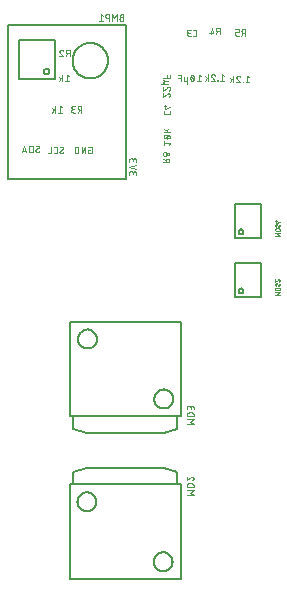
<source format=gbr>
G04 EAGLE Gerber RS-274X export*
G75*
%MOMM*%
%FSLAX34Y34*%
%LPD*%
%INSilkscreen Bottom*%
%IPPOS*%
%AMOC8*
5,1,8,0,0,1.08239X$1,22.5*%
G01*
%ADD10C,0.050800*%
%ADD11C,0.127000*%
%ADD12C,0.152400*%
%ADD13C,0.025400*%


D10*
X-250139Y159628D02*
X-250137Y159558D01*
X-250131Y159489D01*
X-250121Y159420D01*
X-250108Y159352D01*
X-250090Y159284D01*
X-250069Y159218D01*
X-250044Y159153D01*
X-250016Y159089D01*
X-249984Y159027D01*
X-249949Y158967D01*
X-249910Y158909D01*
X-249868Y158854D01*
X-249823Y158800D01*
X-249775Y158750D01*
X-249725Y158702D01*
X-249671Y158657D01*
X-249616Y158615D01*
X-249558Y158576D01*
X-249498Y158541D01*
X-249436Y158509D01*
X-249372Y158481D01*
X-249307Y158456D01*
X-249241Y158435D01*
X-249173Y158417D01*
X-249105Y158404D01*
X-249036Y158394D01*
X-248967Y158388D01*
X-248897Y158386D01*
X-248798Y158388D01*
X-248700Y158393D01*
X-248602Y158403D01*
X-248504Y158416D01*
X-248407Y158432D01*
X-248310Y158452D01*
X-248215Y158476D01*
X-248120Y158504D01*
X-248026Y158535D01*
X-247934Y158569D01*
X-247843Y158607D01*
X-247753Y158648D01*
X-247665Y158693D01*
X-247579Y158741D01*
X-247495Y158792D01*
X-247413Y158846D01*
X-247332Y158904D01*
X-247254Y158964D01*
X-247179Y159027D01*
X-247105Y159093D01*
X-247035Y159162D01*
X-247190Y162732D02*
X-247192Y162802D01*
X-247198Y162871D01*
X-247208Y162940D01*
X-247221Y163008D01*
X-247239Y163076D01*
X-247260Y163142D01*
X-247285Y163207D01*
X-247313Y163271D01*
X-247345Y163333D01*
X-247380Y163393D01*
X-247419Y163451D01*
X-247461Y163506D01*
X-247506Y163560D01*
X-247554Y163610D01*
X-247604Y163658D01*
X-247658Y163703D01*
X-247713Y163745D01*
X-247771Y163784D01*
X-247831Y163819D01*
X-247893Y163851D01*
X-247957Y163879D01*
X-248022Y163904D01*
X-248088Y163925D01*
X-248156Y163943D01*
X-248224Y163956D01*
X-248293Y163966D01*
X-248362Y163972D01*
X-248432Y163974D01*
X-248526Y163972D01*
X-248619Y163966D01*
X-248712Y163957D01*
X-248805Y163944D01*
X-248897Y163927D01*
X-248988Y163907D01*
X-249079Y163882D01*
X-249168Y163855D01*
X-249256Y163823D01*
X-249343Y163788D01*
X-249429Y163750D01*
X-249512Y163708D01*
X-249594Y163663D01*
X-249675Y163615D01*
X-249753Y163563D01*
X-249829Y163508D01*
X-247811Y161646D02*
X-247752Y161682D01*
X-247696Y161722D01*
X-247642Y161765D01*
X-247590Y161810D01*
X-247541Y161859D01*
X-247495Y161910D01*
X-247452Y161963D01*
X-247411Y162019D01*
X-247374Y162077D01*
X-247339Y162137D01*
X-247309Y162198D01*
X-247281Y162261D01*
X-247257Y162326D01*
X-247237Y162392D01*
X-247220Y162459D01*
X-247207Y162526D01*
X-247198Y162594D01*
X-247192Y162663D01*
X-247190Y162732D01*
X-249518Y160714D02*
X-249577Y160678D01*
X-249633Y160638D01*
X-249687Y160595D01*
X-249739Y160550D01*
X-249788Y160501D01*
X-249834Y160450D01*
X-249877Y160397D01*
X-249918Y160341D01*
X-249955Y160283D01*
X-249990Y160223D01*
X-250020Y160162D01*
X-250048Y160099D01*
X-250072Y160034D01*
X-250092Y159968D01*
X-250109Y159901D01*
X-250122Y159834D01*
X-250131Y159766D01*
X-250137Y159697D01*
X-250139Y159628D01*
X-249518Y160714D02*
X-247811Y161646D01*
X-252521Y163974D02*
X-252521Y158386D01*
X-252521Y163974D02*
X-254073Y163974D01*
X-254149Y163972D01*
X-254225Y163967D01*
X-254301Y163957D01*
X-254376Y163944D01*
X-254450Y163927D01*
X-254524Y163907D01*
X-254596Y163883D01*
X-254667Y163856D01*
X-254737Y163825D01*
X-254805Y163791D01*
X-254871Y163753D01*
X-254935Y163712D01*
X-254998Y163669D01*
X-255058Y163622D01*
X-255115Y163572D01*
X-255170Y163519D01*
X-255223Y163464D01*
X-255273Y163407D01*
X-255320Y163347D01*
X-255363Y163284D01*
X-255404Y163220D01*
X-255442Y163154D01*
X-255476Y163086D01*
X-255507Y163016D01*
X-255534Y162945D01*
X-255558Y162872D01*
X-255578Y162799D01*
X-255595Y162725D01*
X-255608Y162650D01*
X-255618Y162574D01*
X-255623Y162498D01*
X-255625Y162422D01*
X-255626Y162422D02*
X-255626Y159938D01*
X-255625Y159938D02*
X-255623Y159859D01*
X-255617Y159781D01*
X-255607Y159703D01*
X-255593Y159626D01*
X-255575Y159549D01*
X-255554Y159473D01*
X-255528Y159399D01*
X-255499Y159326D01*
X-255466Y159255D01*
X-255430Y159185D01*
X-255390Y159117D01*
X-255347Y159051D01*
X-255300Y158988D01*
X-255251Y158927D01*
X-255198Y158869D01*
X-255142Y158813D01*
X-255084Y158760D01*
X-255023Y158711D01*
X-254960Y158664D01*
X-254894Y158621D01*
X-254826Y158581D01*
X-254757Y158545D01*
X-254685Y158512D01*
X-254612Y158483D01*
X-254538Y158457D01*
X-254462Y158436D01*
X-254385Y158418D01*
X-254308Y158404D01*
X-254230Y158394D01*
X-254152Y158388D01*
X-254073Y158386D01*
X-252521Y158386D01*
X-257880Y158386D02*
X-259743Y163974D01*
X-261605Y158386D01*
X-261140Y159783D02*
X-258346Y159783D01*
X-229748Y158628D02*
X-229746Y158558D01*
X-229740Y158489D01*
X-229730Y158420D01*
X-229717Y158352D01*
X-229699Y158284D01*
X-229678Y158218D01*
X-229653Y158153D01*
X-229625Y158089D01*
X-229593Y158027D01*
X-229558Y157967D01*
X-229519Y157909D01*
X-229477Y157854D01*
X-229432Y157800D01*
X-229384Y157750D01*
X-229334Y157702D01*
X-229280Y157657D01*
X-229225Y157615D01*
X-229167Y157576D01*
X-229107Y157541D01*
X-229045Y157509D01*
X-228981Y157481D01*
X-228916Y157456D01*
X-228850Y157435D01*
X-228782Y157417D01*
X-228714Y157404D01*
X-228645Y157394D01*
X-228576Y157388D01*
X-228506Y157386D01*
X-228407Y157388D01*
X-228309Y157393D01*
X-228211Y157403D01*
X-228113Y157416D01*
X-228016Y157432D01*
X-227919Y157452D01*
X-227824Y157476D01*
X-227729Y157504D01*
X-227635Y157535D01*
X-227543Y157569D01*
X-227452Y157607D01*
X-227362Y157648D01*
X-227274Y157693D01*
X-227188Y157741D01*
X-227104Y157792D01*
X-227022Y157846D01*
X-226941Y157904D01*
X-226863Y157964D01*
X-226788Y158027D01*
X-226714Y158093D01*
X-226644Y158162D01*
X-226799Y161732D02*
X-226801Y161802D01*
X-226807Y161871D01*
X-226817Y161940D01*
X-226830Y162008D01*
X-226848Y162076D01*
X-226869Y162142D01*
X-226894Y162207D01*
X-226922Y162271D01*
X-226954Y162333D01*
X-226989Y162393D01*
X-227028Y162451D01*
X-227070Y162506D01*
X-227115Y162560D01*
X-227163Y162610D01*
X-227213Y162658D01*
X-227267Y162703D01*
X-227322Y162745D01*
X-227380Y162784D01*
X-227440Y162819D01*
X-227502Y162851D01*
X-227566Y162879D01*
X-227631Y162904D01*
X-227697Y162925D01*
X-227765Y162943D01*
X-227833Y162956D01*
X-227902Y162966D01*
X-227971Y162972D01*
X-228041Y162974D01*
X-228135Y162972D01*
X-228228Y162966D01*
X-228321Y162957D01*
X-228414Y162944D01*
X-228506Y162927D01*
X-228597Y162907D01*
X-228688Y162882D01*
X-228777Y162855D01*
X-228865Y162823D01*
X-228952Y162788D01*
X-229038Y162750D01*
X-229121Y162708D01*
X-229203Y162663D01*
X-229284Y162615D01*
X-229362Y162563D01*
X-229438Y162508D01*
X-227420Y160646D02*
X-227361Y160682D01*
X-227305Y160722D01*
X-227251Y160765D01*
X-227199Y160810D01*
X-227150Y160859D01*
X-227104Y160910D01*
X-227061Y160963D01*
X-227020Y161019D01*
X-226983Y161077D01*
X-226948Y161137D01*
X-226918Y161198D01*
X-226890Y161261D01*
X-226866Y161326D01*
X-226846Y161392D01*
X-226829Y161459D01*
X-226816Y161526D01*
X-226807Y161594D01*
X-226801Y161663D01*
X-226799Y161732D01*
X-229127Y159714D02*
X-229186Y159678D01*
X-229242Y159638D01*
X-229296Y159595D01*
X-229348Y159550D01*
X-229397Y159501D01*
X-229443Y159450D01*
X-229486Y159397D01*
X-229527Y159341D01*
X-229564Y159283D01*
X-229599Y159223D01*
X-229629Y159162D01*
X-229657Y159099D01*
X-229681Y159034D01*
X-229701Y158968D01*
X-229718Y158901D01*
X-229731Y158834D01*
X-229740Y158766D01*
X-229746Y158697D01*
X-229748Y158628D01*
X-229127Y159714D02*
X-227420Y160646D01*
X-233173Y157386D02*
X-234414Y157386D01*
X-233173Y157386D02*
X-233103Y157388D01*
X-233034Y157394D01*
X-232965Y157404D01*
X-232897Y157417D01*
X-232829Y157435D01*
X-232763Y157456D01*
X-232698Y157481D01*
X-232634Y157509D01*
X-232572Y157541D01*
X-232512Y157576D01*
X-232454Y157615D01*
X-232399Y157657D01*
X-232345Y157702D01*
X-232295Y157750D01*
X-232247Y157800D01*
X-232202Y157854D01*
X-232160Y157909D01*
X-232121Y157967D01*
X-232086Y158027D01*
X-232054Y158089D01*
X-232026Y158153D01*
X-232001Y158218D01*
X-231980Y158284D01*
X-231962Y158352D01*
X-231949Y158420D01*
X-231939Y158489D01*
X-231933Y158558D01*
X-231931Y158628D01*
X-231931Y161732D01*
X-231933Y161802D01*
X-231939Y161871D01*
X-231949Y161940D01*
X-231962Y162008D01*
X-231980Y162076D01*
X-232001Y162142D01*
X-232026Y162207D01*
X-232054Y162271D01*
X-232086Y162333D01*
X-232121Y162393D01*
X-232160Y162451D01*
X-232202Y162506D01*
X-232247Y162560D01*
X-232295Y162610D01*
X-232345Y162658D01*
X-232399Y162703D01*
X-232454Y162745D01*
X-232512Y162784D01*
X-232572Y162819D01*
X-232634Y162851D01*
X-232698Y162879D01*
X-232763Y162904D01*
X-232829Y162925D01*
X-232897Y162943D01*
X-232965Y162956D01*
X-233034Y162966D01*
X-233103Y162972D01*
X-233173Y162974D01*
X-234414Y162974D01*
X-236713Y162974D02*
X-236713Y157386D01*
X-239196Y157386D01*
X-205220Y160490D02*
X-204289Y160490D01*
X-205220Y160490D02*
X-205220Y157386D01*
X-203357Y157386D01*
X-203287Y157388D01*
X-203218Y157394D01*
X-203149Y157404D01*
X-203081Y157417D01*
X-203013Y157435D01*
X-202947Y157456D01*
X-202882Y157481D01*
X-202818Y157509D01*
X-202756Y157541D01*
X-202696Y157576D01*
X-202638Y157615D01*
X-202583Y157657D01*
X-202529Y157702D01*
X-202479Y157750D01*
X-202431Y157800D01*
X-202386Y157854D01*
X-202344Y157909D01*
X-202305Y157967D01*
X-202270Y158027D01*
X-202238Y158089D01*
X-202210Y158153D01*
X-202185Y158218D01*
X-202164Y158284D01*
X-202146Y158352D01*
X-202133Y158420D01*
X-202123Y158489D01*
X-202117Y158558D01*
X-202115Y158628D01*
X-202116Y158628D02*
X-202116Y161732D01*
X-202115Y161732D02*
X-202117Y161802D01*
X-202123Y161871D01*
X-202133Y161940D01*
X-202146Y162008D01*
X-202164Y162076D01*
X-202185Y162142D01*
X-202210Y162207D01*
X-202238Y162271D01*
X-202270Y162333D01*
X-202305Y162393D01*
X-202344Y162451D01*
X-202386Y162506D01*
X-202431Y162560D01*
X-202479Y162610D01*
X-202529Y162658D01*
X-202583Y162703D01*
X-202638Y162745D01*
X-202696Y162784D01*
X-202756Y162819D01*
X-202818Y162851D01*
X-202882Y162879D01*
X-202947Y162904D01*
X-203013Y162925D01*
X-203081Y162943D01*
X-203149Y162956D01*
X-203218Y162966D01*
X-203287Y162972D01*
X-203357Y162974D01*
X-205220Y162974D01*
X-207968Y162974D02*
X-207968Y157386D01*
X-211072Y157386D02*
X-207968Y162974D01*
X-211072Y162974D02*
X-211072Y157386D01*
X-213820Y157386D02*
X-213820Y162974D01*
X-215372Y162974D01*
X-215448Y162972D01*
X-215524Y162967D01*
X-215600Y162957D01*
X-215675Y162944D01*
X-215749Y162927D01*
X-215823Y162907D01*
X-215895Y162883D01*
X-215966Y162856D01*
X-216036Y162825D01*
X-216104Y162791D01*
X-216170Y162753D01*
X-216234Y162712D01*
X-216297Y162669D01*
X-216357Y162622D01*
X-216414Y162572D01*
X-216469Y162519D01*
X-216522Y162464D01*
X-216572Y162407D01*
X-216619Y162347D01*
X-216662Y162284D01*
X-216703Y162220D01*
X-216741Y162154D01*
X-216775Y162086D01*
X-216806Y162016D01*
X-216833Y161945D01*
X-216857Y161872D01*
X-216877Y161799D01*
X-216894Y161725D01*
X-216907Y161650D01*
X-216917Y161574D01*
X-216922Y161498D01*
X-216924Y161422D01*
X-216924Y158938D01*
X-216922Y158859D01*
X-216916Y158781D01*
X-216906Y158703D01*
X-216892Y158626D01*
X-216874Y158549D01*
X-216853Y158473D01*
X-216827Y158399D01*
X-216798Y158326D01*
X-216765Y158255D01*
X-216729Y158185D01*
X-216689Y158117D01*
X-216646Y158051D01*
X-216599Y157988D01*
X-216550Y157927D01*
X-216497Y157869D01*
X-216441Y157813D01*
X-216383Y157760D01*
X-216322Y157711D01*
X-216259Y157664D01*
X-216193Y157621D01*
X-216125Y157581D01*
X-216056Y157545D01*
X-215984Y157512D01*
X-215911Y157483D01*
X-215837Y157457D01*
X-215761Y157436D01*
X-215684Y157418D01*
X-215607Y157404D01*
X-215529Y157394D01*
X-215451Y157388D01*
X-215372Y157386D01*
X-213820Y157386D01*
X-170594Y140594D02*
X-170594Y139041D01*
X-170594Y140594D02*
X-170592Y140671D01*
X-170586Y140749D01*
X-170577Y140825D01*
X-170563Y140902D01*
X-170546Y140977D01*
X-170525Y141051D01*
X-170500Y141125D01*
X-170472Y141197D01*
X-170440Y141267D01*
X-170405Y141336D01*
X-170366Y141403D01*
X-170324Y141468D01*
X-170279Y141531D01*
X-170231Y141592D01*
X-170180Y141650D01*
X-170126Y141705D01*
X-170069Y141758D01*
X-170010Y141807D01*
X-169948Y141854D01*
X-169884Y141898D01*
X-169818Y141938D01*
X-169750Y141975D01*
X-169680Y142009D01*
X-169609Y142039D01*
X-169536Y142065D01*
X-169462Y142088D01*
X-169387Y142107D01*
X-169312Y142122D01*
X-169235Y142134D01*
X-169158Y142142D01*
X-169081Y142146D01*
X-169003Y142146D01*
X-168926Y142142D01*
X-168849Y142134D01*
X-168772Y142122D01*
X-168697Y142107D01*
X-168622Y142088D01*
X-168548Y142065D01*
X-168475Y142039D01*
X-168404Y142009D01*
X-168334Y141975D01*
X-168266Y141938D01*
X-168200Y141898D01*
X-168136Y141854D01*
X-168074Y141807D01*
X-168015Y141758D01*
X-167958Y141705D01*
X-167904Y141650D01*
X-167853Y141592D01*
X-167805Y141531D01*
X-167760Y141468D01*
X-167718Y141403D01*
X-167679Y141336D01*
X-167644Y141267D01*
X-167612Y141197D01*
X-167584Y141125D01*
X-167559Y141051D01*
X-167538Y140977D01*
X-167521Y140902D01*
X-167507Y140825D01*
X-167498Y140749D01*
X-167492Y140671D01*
X-167490Y140594D01*
X-165006Y140904D02*
X-165006Y139041D01*
X-165006Y140904D02*
X-165008Y140974D01*
X-165014Y141043D01*
X-165024Y141112D01*
X-165037Y141180D01*
X-165055Y141248D01*
X-165076Y141314D01*
X-165101Y141379D01*
X-165129Y141443D01*
X-165161Y141505D01*
X-165196Y141565D01*
X-165235Y141623D01*
X-165277Y141678D01*
X-165322Y141732D01*
X-165370Y141782D01*
X-165420Y141830D01*
X-165474Y141875D01*
X-165529Y141917D01*
X-165587Y141956D01*
X-165647Y141991D01*
X-165709Y142023D01*
X-165773Y142051D01*
X-165838Y142076D01*
X-165904Y142097D01*
X-165972Y142115D01*
X-166040Y142128D01*
X-166109Y142138D01*
X-166178Y142144D01*
X-166248Y142146D01*
X-166318Y142144D01*
X-166387Y142138D01*
X-166456Y142128D01*
X-166524Y142115D01*
X-166592Y142097D01*
X-166658Y142076D01*
X-166723Y142051D01*
X-166787Y142023D01*
X-166849Y141991D01*
X-166909Y141956D01*
X-166967Y141917D01*
X-167022Y141875D01*
X-167076Y141830D01*
X-167126Y141782D01*
X-167174Y141732D01*
X-167219Y141678D01*
X-167261Y141623D01*
X-167300Y141565D01*
X-167335Y141505D01*
X-167367Y141443D01*
X-167395Y141379D01*
X-167420Y141314D01*
X-167441Y141248D01*
X-167459Y141180D01*
X-167472Y141112D01*
X-167482Y141043D01*
X-167488Y140974D01*
X-167490Y140904D01*
X-167490Y139662D01*
X-165006Y144217D02*
X-170594Y146080D01*
X-165006Y147943D01*
X-170594Y150014D02*
X-170594Y151566D01*
X-170592Y151643D01*
X-170586Y151721D01*
X-170577Y151797D01*
X-170563Y151874D01*
X-170546Y151949D01*
X-170525Y152023D01*
X-170500Y152097D01*
X-170472Y152169D01*
X-170440Y152239D01*
X-170405Y152308D01*
X-170366Y152375D01*
X-170324Y152440D01*
X-170279Y152503D01*
X-170231Y152564D01*
X-170180Y152622D01*
X-170126Y152677D01*
X-170069Y152730D01*
X-170010Y152779D01*
X-169948Y152826D01*
X-169884Y152870D01*
X-169818Y152910D01*
X-169750Y152947D01*
X-169680Y152981D01*
X-169609Y153011D01*
X-169536Y153037D01*
X-169462Y153060D01*
X-169387Y153079D01*
X-169312Y153094D01*
X-169235Y153106D01*
X-169158Y153114D01*
X-169081Y153118D01*
X-169003Y153118D01*
X-168926Y153114D01*
X-168849Y153106D01*
X-168772Y153094D01*
X-168697Y153079D01*
X-168622Y153060D01*
X-168548Y153037D01*
X-168475Y153011D01*
X-168404Y152981D01*
X-168334Y152947D01*
X-168266Y152910D01*
X-168200Y152870D01*
X-168136Y152826D01*
X-168074Y152779D01*
X-168015Y152730D01*
X-167958Y152677D01*
X-167904Y152622D01*
X-167853Y152564D01*
X-167805Y152503D01*
X-167760Y152440D01*
X-167718Y152375D01*
X-167679Y152308D01*
X-167644Y152239D01*
X-167612Y152169D01*
X-167584Y152097D01*
X-167559Y152023D01*
X-167538Y151949D01*
X-167521Y151874D01*
X-167507Y151797D01*
X-167498Y151721D01*
X-167492Y151643D01*
X-167490Y151566D01*
X-165006Y151877D02*
X-165006Y150014D01*
X-165006Y151877D02*
X-165008Y151947D01*
X-165014Y152016D01*
X-165024Y152085D01*
X-165037Y152153D01*
X-165055Y152221D01*
X-165076Y152287D01*
X-165101Y152352D01*
X-165129Y152416D01*
X-165161Y152478D01*
X-165196Y152538D01*
X-165235Y152596D01*
X-165277Y152651D01*
X-165322Y152705D01*
X-165370Y152755D01*
X-165420Y152803D01*
X-165474Y152848D01*
X-165529Y152890D01*
X-165587Y152929D01*
X-165647Y152964D01*
X-165709Y152996D01*
X-165773Y153024D01*
X-165838Y153049D01*
X-165904Y153070D01*
X-165972Y153088D01*
X-166040Y153101D01*
X-166109Y153111D01*
X-166178Y153117D01*
X-166248Y153119D01*
X-166318Y153117D01*
X-166387Y153111D01*
X-166456Y153101D01*
X-166524Y153088D01*
X-166592Y153070D01*
X-166658Y153049D01*
X-166723Y153024D01*
X-166787Y152996D01*
X-166849Y152964D01*
X-166909Y152929D01*
X-166967Y152890D01*
X-167022Y152848D01*
X-167076Y152803D01*
X-167126Y152755D01*
X-167174Y152705D01*
X-167219Y152651D01*
X-167261Y152596D01*
X-167300Y152538D01*
X-167335Y152478D01*
X-167367Y152416D01*
X-167395Y152352D01*
X-167420Y152287D01*
X-167441Y152221D01*
X-167459Y152153D01*
X-167472Y152085D01*
X-167482Y152016D01*
X-167488Y151947D01*
X-167490Y151877D01*
X-167490Y150635D01*
D11*
X-173660Y135970D02*
X-273660Y135970D01*
X-273660Y265970D01*
X-173660Y265970D01*
X-173660Y135970D01*
X-263660Y219970D02*
X-263660Y252970D01*
X-263660Y219970D02*
X-233660Y219970D01*
X-233660Y252970D01*
X-263660Y252970D01*
X-218693Y235970D02*
X-218688Y236339D01*
X-218675Y236708D01*
X-218652Y237076D01*
X-218621Y237443D01*
X-218580Y237810D01*
X-218530Y238176D01*
X-218472Y238540D01*
X-218404Y238903D01*
X-218328Y239264D01*
X-218242Y239623D01*
X-218148Y239979D01*
X-218046Y240334D01*
X-217934Y240686D01*
X-217814Y241034D01*
X-217686Y241380D01*
X-217549Y241723D01*
X-217403Y242062D01*
X-217250Y242397D01*
X-217088Y242729D01*
X-216918Y243057D01*
X-216740Y243380D01*
X-216554Y243699D01*
X-216361Y244013D01*
X-216159Y244322D01*
X-215951Y244626D01*
X-215735Y244925D01*
X-215511Y245219D01*
X-215281Y245507D01*
X-215043Y245789D01*
X-214799Y246066D01*
X-214548Y246336D01*
X-214290Y246600D01*
X-214026Y246858D01*
X-213756Y247109D01*
X-213479Y247353D01*
X-213197Y247591D01*
X-212909Y247821D01*
X-212615Y248045D01*
X-212316Y248261D01*
X-212012Y248469D01*
X-211703Y248671D01*
X-211389Y248864D01*
X-211070Y249050D01*
X-210747Y249228D01*
X-210419Y249398D01*
X-210087Y249560D01*
X-209752Y249713D01*
X-209413Y249859D01*
X-209070Y249996D01*
X-208724Y250124D01*
X-208376Y250244D01*
X-208024Y250356D01*
X-207669Y250458D01*
X-207313Y250552D01*
X-206954Y250638D01*
X-206593Y250714D01*
X-206230Y250782D01*
X-205866Y250840D01*
X-205500Y250890D01*
X-205133Y250931D01*
X-204766Y250962D01*
X-204398Y250985D01*
X-204029Y250998D01*
X-203660Y251003D01*
X-203291Y250998D01*
X-202922Y250985D01*
X-202554Y250962D01*
X-202187Y250931D01*
X-201820Y250890D01*
X-201454Y250840D01*
X-201090Y250782D01*
X-200727Y250714D01*
X-200366Y250638D01*
X-200007Y250552D01*
X-199651Y250458D01*
X-199296Y250356D01*
X-198944Y250244D01*
X-198596Y250124D01*
X-198250Y249996D01*
X-197907Y249859D01*
X-197568Y249713D01*
X-197233Y249560D01*
X-196901Y249398D01*
X-196573Y249228D01*
X-196250Y249050D01*
X-195931Y248864D01*
X-195617Y248671D01*
X-195308Y248469D01*
X-195004Y248261D01*
X-194705Y248045D01*
X-194411Y247821D01*
X-194123Y247591D01*
X-193841Y247353D01*
X-193564Y247109D01*
X-193294Y246858D01*
X-193030Y246600D01*
X-192772Y246336D01*
X-192521Y246066D01*
X-192277Y245789D01*
X-192039Y245507D01*
X-191809Y245219D01*
X-191585Y244925D01*
X-191369Y244626D01*
X-191161Y244322D01*
X-190959Y244013D01*
X-190766Y243699D01*
X-190580Y243380D01*
X-190402Y243057D01*
X-190232Y242729D01*
X-190070Y242397D01*
X-189917Y242062D01*
X-189771Y241723D01*
X-189634Y241380D01*
X-189506Y241034D01*
X-189386Y240686D01*
X-189274Y240334D01*
X-189172Y239979D01*
X-189078Y239623D01*
X-188992Y239264D01*
X-188916Y238903D01*
X-188848Y238540D01*
X-188790Y238176D01*
X-188740Y237810D01*
X-188699Y237443D01*
X-188668Y237076D01*
X-188645Y236708D01*
X-188632Y236339D01*
X-188627Y235970D01*
X-188632Y235601D01*
X-188645Y235232D01*
X-188668Y234864D01*
X-188699Y234497D01*
X-188740Y234130D01*
X-188790Y233764D01*
X-188848Y233400D01*
X-188916Y233037D01*
X-188992Y232676D01*
X-189078Y232317D01*
X-189172Y231961D01*
X-189274Y231606D01*
X-189386Y231254D01*
X-189506Y230906D01*
X-189634Y230560D01*
X-189771Y230217D01*
X-189917Y229878D01*
X-190070Y229543D01*
X-190232Y229211D01*
X-190402Y228883D01*
X-190580Y228560D01*
X-190766Y228241D01*
X-190959Y227927D01*
X-191161Y227618D01*
X-191369Y227314D01*
X-191585Y227015D01*
X-191809Y226721D01*
X-192039Y226433D01*
X-192277Y226151D01*
X-192521Y225874D01*
X-192772Y225604D01*
X-193030Y225340D01*
X-193294Y225082D01*
X-193564Y224831D01*
X-193841Y224587D01*
X-194123Y224349D01*
X-194411Y224119D01*
X-194705Y223895D01*
X-195004Y223679D01*
X-195308Y223471D01*
X-195617Y223269D01*
X-195931Y223076D01*
X-196250Y222890D01*
X-196573Y222712D01*
X-196901Y222542D01*
X-197233Y222380D01*
X-197568Y222227D01*
X-197907Y222081D01*
X-198250Y221944D01*
X-198596Y221816D01*
X-198944Y221696D01*
X-199296Y221584D01*
X-199651Y221482D01*
X-200007Y221388D01*
X-200366Y221302D01*
X-200727Y221226D01*
X-201090Y221158D01*
X-201454Y221100D01*
X-201820Y221050D01*
X-202187Y221009D01*
X-202554Y220978D01*
X-202922Y220955D01*
X-203291Y220942D01*
X-203660Y220937D01*
X-204029Y220942D01*
X-204398Y220955D01*
X-204766Y220978D01*
X-205133Y221009D01*
X-205500Y221050D01*
X-205866Y221100D01*
X-206230Y221158D01*
X-206593Y221226D01*
X-206954Y221302D01*
X-207313Y221388D01*
X-207669Y221482D01*
X-208024Y221584D01*
X-208376Y221696D01*
X-208724Y221816D01*
X-209070Y221944D01*
X-209413Y222081D01*
X-209752Y222227D01*
X-210087Y222380D01*
X-210419Y222542D01*
X-210747Y222712D01*
X-211070Y222890D01*
X-211389Y223076D01*
X-211703Y223269D01*
X-212012Y223471D01*
X-212316Y223679D01*
X-212615Y223895D01*
X-212909Y224119D01*
X-213197Y224349D01*
X-213479Y224587D01*
X-213756Y224831D01*
X-214026Y225082D01*
X-214290Y225340D01*
X-214548Y225604D01*
X-214799Y225874D01*
X-215043Y226151D01*
X-215281Y226433D01*
X-215511Y226721D01*
X-215735Y227015D01*
X-215951Y227314D01*
X-216159Y227618D01*
X-216361Y227927D01*
X-216554Y228241D01*
X-216740Y228560D01*
X-216918Y228883D01*
X-217088Y229211D01*
X-217250Y229543D01*
X-217403Y229878D01*
X-217549Y230217D01*
X-217686Y230560D01*
X-217814Y230906D01*
X-217934Y231254D01*
X-218046Y231606D01*
X-218148Y231961D01*
X-218242Y232317D01*
X-218328Y232676D01*
X-218404Y233037D01*
X-218472Y233400D01*
X-218530Y233764D01*
X-218580Y234130D01*
X-218621Y234497D01*
X-218652Y234864D01*
X-218675Y235232D01*
X-218688Y235601D01*
X-218693Y235970D01*
X-242896Y226970D02*
X-242894Y227064D01*
X-242888Y227158D01*
X-242878Y227252D01*
X-242864Y227345D01*
X-242846Y227438D01*
X-242825Y227530D01*
X-242799Y227620D01*
X-242770Y227710D01*
X-242737Y227798D01*
X-242700Y227885D01*
X-242660Y227970D01*
X-242616Y228054D01*
X-242568Y228135D01*
X-242518Y228215D01*
X-242463Y228292D01*
X-242406Y228367D01*
X-242346Y228439D01*
X-242282Y228509D01*
X-242216Y228576D01*
X-242147Y228640D01*
X-242075Y228701D01*
X-242001Y228759D01*
X-241924Y228814D01*
X-241845Y228866D01*
X-241764Y228914D01*
X-241681Y228959D01*
X-241597Y229000D01*
X-241510Y229038D01*
X-241422Y229072D01*
X-241333Y229102D01*
X-241243Y229129D01*
X-241151Y229151D01*
X-241059Y229170D01*
X-240965Y229185D01*
X-240872Y229196D01*
X-240778Y229203D01*
X-240684Y229206D01*
X-240589Y229205D01*
X-240495Y229200D01*
X-240401Y229191D01*
X-240308Y229178D01*
X-240215Y229161D01*
X-240123Y229141D01*
X-240032Y229116D01*
X-239942Y229088D01*
X-239854Y229056D01*
X-239766Y229020D01*
X-239681Y228980D01*
X-239597Y228937D01*
X-239515Y228891D01*
X-239435Y228841D01*
X-239357Y228787D01*
X-239282Y228731D01*
X-239209Y228671D01*
X-239138Y228608D01*
X-239071Y228543D01*
X-239006Y228474D01*
X-238944Y228403D01*
X-238885Y228330D01*
X-238829Y228254D01*
X-238777Y228175D01*
X-238728Y228095D01*
X-238682Y228012D01*
X-238640Y227928D01*
X-238601Y227842D01*
X-238566Y227754D01*
X-238535Y227665D01*
X-238507Y227575D01*
X-238484Y227484D01*
X-238464Y227392D01*
X-238448Y227299D01*
X-238436Y227205D01*
X-238428Y227111D01*
X-238424Y227017D01*
X-238424Y226923D01*
X-238428Y226829D01*
X-238436Y226735D01*
X-238448Y226641D01*
X-238464Y226548D01*
X-238484Y226456D01*
X-238507Y226365D01*
X-238535Y226275D01*
X-238566Y226186D01*
X-238601Y226098D01*
X-238640Y226012D01*
X-238682Y225928D01*
X-238728Y225845D01*
X-238777Y225765D01*
X-238829Y225686D01*
X-238885Y225610D01*
X-238944Y225537D01*
X-239006Y225466D01*
X-239071Y225397D01*
X-239138Y225332D01*
X-239209Y225269D01*
X-239282Y225209D01*
X-239357Y225153D01*
X-239435Y225099D01*
X-239515Y225049D01*
X-239597Y225003D01*
X-239681Y224960D01*
X-239766Y224920D01*
X-239854Y224884D01*
X-239942Y224852D01*
X-240032Y224824D01*
X-240123Y224799D01*
X-240215Y224779D01*
X-240308Y224762D01*
X-240401Y224749D01*
X-240495Y224740D01*
X-240589Y224735D01*
X-240684Y224734D01*
X-240778Y224737D01*
X-240872Y224744D01*
X-240965Y224755D01*
X-241059Y224770D01*
X-241151Y224789D01*
X-241243Y224811D01*
X-241333Y224838D01*
X-241422Y224868D01*
X-241510Y224902D01*
X-241597Y224940D01*
X-241681Y224981D01*
X-241764Y225026D01*
X-241845Y225074D01*
X-241924Y225126D01*
X-242001Y225181D01*
X-242075Y225239D01*
X-242147Y225300D01*
X-242216Y225364D01*
X-242282Y225431D01*
X-242346Y225501D01*
X-242406Y225573D01*
X-242463Y225648D01*
X-242518Y225725D01*
X-242568Y225805D01*
X-242616Y225886D01*
X-242660Y225970D01*
X-242700Y226055D01*
X-242737Y226142D01*
X-242770Y226230D01*
X-242799Y226320D01*
X-242825Y226410D01*
X-242846Y226502D01*
X-242864Y226595D01*
X-242878Y226688D01*
X-242888Y226782D01*
X-242894Y226876D01*
X-242896Y226970D01*
D10*
X-177381Y272623D02*
X-175829Y272623D01*
X-177381Y272623D02*
X-177458Y272621D01*
X-177536Y272615D01*
X-177612Y272606D01*
X-177689Y272592D01*
X-177764Y272575D01*
X-177838Y272554D01*
X-177912Y272529D01*
X-177984Y272501D01*
X-178054Y272469D01*
X-178123Y272434D01*
X-178190Y272395D01*
X-178255Y272353D01*
X-178318Y272308D01*
X-178379Y272260D01*
X-178437Y272209D01*
X-178492Y272155D01*
X-178545Y272098D01*
X-178594Y272039D01*
X-178641Y271977D01*
X-178685Y271913D01*
X-178725Y271847D01*
X-178762Y271779D01*
X-178796Y271709D01*
X-178826Y271638D01*
X-178852Y271565D01*
X-178875Y271491D01*
X-178894Y271416D01*
X-178909Y271341D01*
X-178921Y271264D01*
X-178929Y271187D01*
X-178933Y271110D01*
X-178933Y271032D01*
X-178929Y270955D01*
X-178921Y270878D01*
X-178909Y270801D01*
X-178894Y270726D01*
X-178875Y270651D01*
X-178852Y270577D01*
X-178826Y270504D01*
X-178796Y270433D01*
X-178762Y270363D01*
X-178725Y270295D01*
X-178685Y270229D01*
X-178641Y270165D01*
X-178594Y270103D01*
X-178545Y270044D01*
X-178492Y269987D01*
X-178437Y269933D01*
X-178379Y269882D01*
X-178318Y269834D01*
X-178255Y269789D01*
X-178190Y269747D01*
X-178123Y269708D01*
X-178054Y269673D01*
X-177984Y269641D01*
X-177912Y269613D01*
X-177838Y269588D01*
X-177764Y269567D01*
X-177689Y269550D01*
X-177612Y269536D01*
X-177536Y269527D01*
X-177458Y269521D01*
X-177381Y269519D01*
X-175829Y269519D01*
X-175829Y275107D01*
X-177381Y275107D01*
X-177451Y275105D01*
X-177520Y275099D01*
X-177589Y275089D01*
X-177657Y275076D01*
X-177725Y275058D01*
X-177791Y275037D01*
X-177856Y275012D01*
X-177920Y274984D01*
X-177982Y274952D01*
X-178042Y274917D01*
X-178100Y274878D01*
X-178155Y274836D01*
X-178209Y274791D01*
X-178259Y274743D01*
X-178307Y274693D01*
X-178352Y274639D01*
X-178394Y274584D01*
X-178433Y274526D01*
X-178468Y274466D01*
X-178500Y274404D01*
X-178528Y274340D01*
X-178553Y274275D01*
X-178574Y274209D01*
X-178592Y274141D01*
X-178605Y274073D01*
X-178615Y274004D01*
X-178621Y273935D01*
X-178623Y273865D01*
X-178621Y273795D01*
X-178615Y273726D01*
X-178605Y273657D01*
X-178592Y273589D01*
X-178574Y273521D01*
X-178553Y273455D01*
X-178528Y273390D01*
X-178500Y273326D01*
X-178468Y273264D01*
X-178433Y273204D01*
X-178394Y273146D01*
X-178352Y273091D01*
X-178307Y273037D01*
X-178259Y272987D01*
X-178209Y272939D01*
X-178155Y272894D01*
X-178100Y272852D01*
X-178042Y272813D01*
X-177982Y272778D01*
X-177920Y272746D01*
X-177856Y272718D01*
X-177791Y272693D01*
X-177725Y272672D01*
X-177657Y272654D01*
X-177589Y272641D01*
X-177520Y272631D01*
X-177451Y272625D01*
X-177381Y272623D01*
X-181288Y275107D02*
X-181288Y269519D01*
X-183150Y272003D02*
X-181288Y275107D01*
X-183150Y272003D02*
X-185013Y275107D01*
X-185013Y269519D01*
X-187899Y269519D02*
X-187899Y275107D01*
X-189451Y275107D01*
X-189528Y275105D01*
X-189606Y275099D01*
X-189682Y275090D01*
X-189759Y275076D01*
X-189834Y275059D01*
X-189908Y275038D01*
X-189982Y275013D01*
X-190054Y274985D01*
X-190124Y274953D01*
X-190193Y274918D01*
X-190260Y274879D01*
X-190325Y274837D01*
X-190388Y274792D01*
X-190449Y274744D01*
X-190507Y274693D01*
X-190562Y274639D01*
X-190615Y274582D01*
X-190664Y274523D01*
X-190711Y274461D01*
X-190755Y274397D01*
X-190795Y274331D01*
X-190832Y274263D01*
X-190866Y274193D01*
X-190896Y274122D01*
X-190922Y274049D01*
X-190945Y273975D01*
X-190964Y273900D01*
X-190979Y273825D01*
X-190991Y273748D01*
X-190999Y273671D01*
X-191003Y273594D01*
X-191003Y273516D01*
X-190999Y273439D01*
X-190991Y273362D01*
X-190979Y273285D01*
X-190964Y273210D01*
X-190945Y273135D01*
X-190922Y273061D01*
X-190896Y272988D01*
X-190866Y272917D01*
X-190832Y272847D01*
X-190795Y272779D01*
X-190755Y272713D01*
X-190711Y272649D01*
X-190664Y272587D01*
X-190615Y272528D01*
X-190562Y272471D01*
X-190507Y272417D01*
X-190449Y272366D01*
X-190388Y272318D01*
X-190325Y272273D01*
X-190260Y272231D01*
X-190193Y272192D01*
X-190124Y272157D01*
X-190054Y272125D01*
X-189982Y272097D01*
X-189908Y272072D01*
X-189834Y272051D01*
X-189759Y272034D01*
X-189682Y272020D01*
X-189606Y272011D01*
X-189528Y272005D01*
X-189451Y272003D01*
X-187899Y272003D01*
X-193120Y273865D02*
X-194672Y275107D01*
X-194672Y269519D01*
X-193120Y269519D02*
X-196224Y269519D01*
X-116388Y256604D02*
X-115146Y256604D01*
X-115076Y256606D01*
X-115007Y256612D01*
X-114938Y256622D01*
X-114870Y256635D01*
X-114802Y256653D01*
X-114736Y256674D01*
X-114671Y256699D01*
X-114607Y256727D01*
X-114545Y256759D01*
X-114485Y256794D01*
X-114427Y256833D01*
X-114372Y256875D01*
X-114318Y256920D01*
X-114268Y256968D01*
X-114220Y257018D01*
X-114175Y257072D01*
X-114133Y257127D01*
X-114094Y257185D01*
X-114059Y257245D01*
X-114027Y257307D01*
X-113999Y257371D01*
X-113974Y257436D01*
X-113953Y257502D01*
X-113935Y257570D01*
X-113922Y257638D01*
X-113912Y257707D01*
X-113906Y257776D01*
X-113904Y257846D01*
X-113904Y260950D01*
X-113906Y261020D01*
X-113912Y261089D01*
X-113922Y261158D01*
X-113935Y261226D01*
X-113953Y261294D01*
X-113974Y261360D01*
X-113999Y261425D01*
X-114027Y261489D01*
X-114059Y261551D01*
X-114094Y261611D01*
X-114133Y261669D01*
X-114175Y261724D01*
X-114220Y261778D01*
X-114268Y261828D01*
X-114318Y261876D01*
X-114372Y261921D01*
X-114427Y261963D01*
X-114485Y262002D01*
X-114545Y262037D01*
X-114607Y262069D01*
X-114671Y262097D01*
X-114736Y262122D01*
X-114802Y262143D01*
X-114870Y262161D01*
X-114938Y262174D01*
X-115007Y262184D01*
X-115076Y262190D01*
X-115146Y262192D01*
X-116388Y262192D01*
X-118492Y256604D02*
X-120044Y256604D01*
X-120121Y256606D01*
X-120199Y256612D01*
X-120275Y256621D01*
X-120352Y256635D01*
X-120427Y256652D01*
X-120501Y256673D01*
X-120575Y256698D01*
X-120647Y256726D01*
X-120717Y256758D01*
X-120786Y256793D01*
X-120853Y256832D01*
X-120918Y256874D01*
X-120981Y256919D01*
X-121042Y256967D01*
X-121100Y257018D01*
X-121155Y257072D01*
X-121208Y257129D01*
X-121257Y257188D01*
X-121304Y257250D01*
X-121348Y257314D01*
X-121388Y257380D01*
X-121425Y257448D01*
X-121459Y257518D01*
X-121489Y257589D01*
X-121515Y257662D01*
X-121538Y257736D01*
X-121557Y257811D01*
X-121572Y257886D01*
X-121584Y257963D01*
X-121592Y258040D01*
X-121596Y258117D01*
X-121596Y258195D01*
X-121592Y258272D01*
X-121584Y258349D01*
X-121572Y258426D01*
X-121557Y258501D01*
X-121538Y258576D01*
X-121515Y258650D01*
X-121489Y258723D01*
X-121459Y258794D01*
X-121425Y258864D01*
X-121388Y258932D01*
X-121348Y258998D01*
X-121304Y259062D01*
X-121257Y259124D01*
X-121208Y259183D01*
X-121155Y259240D01*
X-121100Y259294D01*
X-121042Y259345D01*
X-120981Y259393D01*
X-120918Y259438D01*
X-120853Y259480D01*
X-120786Y259519D01*
X-120717Y259554D01*
X-120647Y259586D01*
X-120575Y259614D01*
X-120501Y259639D01*
X-120427Y259660D01*
X-120352Y259677D01*
X-120275Y259691D01*
X-120199Y259700D01*
X-120121Y259706D01*
X-120044Y259708D01*
X-120355Y262192D02*
X-118492Y262192D01*
X-120355Y262192D02*
X-120425Y262190D01*
X-120494Y262184D01*
X-120563Y262174D01*
X-120631Y262161D01*
X-120699Y262143D01*
X-120765Y262122D01*
X-120830Y262097D01*
X-120894Y262069D01*
X-120956Y262037D01*
X-121016Y262002D01*
X-121074Y261963D01*
X-121129Y261921D01*
X-121183Y261876D01*
X-121233Y261828D01*
X-121281Y261778D01*
X-121326Y261724D01*
X-121368Y261669D01*
X-121407Y261611D01*
X-121442Y261551D01*
X-121474Y261489D01*
X-121502Y261425D01*
X-121527Y261360D01*
X-121548Y261294D01*
X-121566Y261226D01*
X-121579Y261158D01*
X-121589Y261089D01*
X-121595Y261020D01*
X-121597Y260950D01*
X-121595Y260880D01*
X-121589Y260811D01*
X-121579Y260742D01*
X-121566Y260674D01*
X-121548Y260606D01*
X-121527Y260540D01*
X-121502Y260475D01*
X-121474Y260411D01*
X-121442Y260349D01*
X-121407Y260289D01*
X-121368Y260231D01*
X-121326Y260176D01*
X-121281Y260122D01*
X-121233Y260072D01*
X-121183Y260024D01*
X-121129Y259979D01*
X-121074Y259937D01*
X-121016Y259898D01*
X-120956Y259863D01*
X-120894Y259831D01*
X-120830Y259803D01*
X-120765Y259778D01*
X-120699Y259757D01*
X-120631Y259739D01*
X-120563Y259726D01*
X-120494Y259716D01*
X-120425Y259710D01*
X-120355Y259708D01*
X-119113Y259708D01*
X-111855Y223916D02*
X-110302Y222674D01*
X-111855Y223916D02*
X-111855Y218328D01*
X-113407Y218328D02*
X-110302Y218328D01*
X-115789Y221122D02*
X-115791Y221253D01*
X-115796Y221383D01*
X-115806Y221513D01*
X-115819Y221643D01*
X-115835Y221773D01*
X-115855Y221902D01*
X-115879Y222030D01*
X-115907Y222157D01*
X-115938Y222284D01*
X-115973Y222410D01*
X-116011Y222535D01*
X-116053Y222659D01*
X-116098Y222781D01*
X-116147Y222902D01*
X-116199Y223022D01*
X-116255Y223140D01*
X-116254Y223140D02*
X-116277Y223200D01*
X-116303Y223260D01*
X-116332Y223317D01*
X-116365Y223373D01*
X-116401Y223427D01*
X-116439Y223479D01*
X-116481Y223529D01*
X-116525Y223576D01*
X-116572Y223621D01*
X-116622Y223663D01*
X-116673Y223702D01*
X-116727Y223738D01*
X-116783Y223771D01*
X-116840Y223801D01*
X-116899Y223828D01*
X-116960Y223851D01*
X-117021Y223871D01*
X-117084Y223887D01*
X-117148Y223900D01*
X-117212Y223909D01*
X-117276Y223914D01*
X-117341Y223916D01*
X-117406Y223914D01*
X-117470Y223909D01*
X-117534Y223900D01*
X-117598Y223887D01*
X-117661Y223871D01*
X-117722Y223851D01*
X-117783Y223828D01*
X-117842Y223801D01*
X-117899Y223771D01*
X-117955Y223738D01*
X-118009Y223702D01*
X-118060Y223663D01*
X-118110Y223621D01*
X-118157Y223576D01*
X-118201Y223529D01*
X-118243Y223479D01*
X-118281Y223427D01*
X-118317Y223373D01*
X-118350Y223317D01*
X-118379Y223260D01*
X-118405Y223200D01*
X-118428Y223140D01*
X-118427Y223140D02*
X-118483Y223022D01*
X-118535Y222902D01*
X-118584Y222781D01*
X-118629Y222659D01*
X-118671Y222535D01*
X-118709Y222410D01*
X-118744Y222284D01*
X-118775Y222158D01*
X-118803Y222030D01*
X-118827Y221902D01*
X-118847Y221773D01*
X-118863Y221643D01*
X-118876Y221513D01*
X-118886Y221383D01*
X-118891Y221253D01*
X-118893Y221122D01*
X-115789Y221122D02*
X-115791Y220991D01*
X-115796Y220861D01*
X-115806Y220731D01*
X-115819Y220601D01*
X-115835Y220471D01*
X-115855Y220342D01*
X-115879Y220214D01*
X-115907Y220087D01*
X-115938Y219960D01*
X-115973Y219834D01*
X-116011Y219709D01*
X-116053Y219585D01*
X-116098Y219463D01*
X-116147Y219342D01*
X-116199Y219222D01*
X-116255Y219104D01*
X-116254Y219104D02*
X-116277Y219044D01*
X-116303Y218984D01*
X-116332Y218927D01*
X-116365Y218871D01*
X-116401Y218817D01*
X-116439Y218765D01*
X-116481Y218715D01*
X-116525Y218668D01*
X-116572Y218623D01*
X-116622Y218581D01*
X-116673Y218542D01*
X-116727Y218506D01*
X-116783Y218473D01*
X-116840Y218443D01*
X-116899Y218416D01*
X-116960Y218393D01*
X-117021Y218373D01*
X-117084Y218357D01*
X-117148Y218344D01*
X-117212Y218335D01*
X-117276Y218330D01*
X-117341Y218328D01*
X-118427Y219104D02*
X-118483Y219222D01*
X-118535Y219342D01*
X-118584Y219463D01*
X-118629Y219585D01*
X-118671Y219709D01*
X-118709Y219834D01*
X-118744Y219960D01*
X-118775Y220086D01*
X-118803Y220214D01*
X-118827Y220342D01*
X-118847Y220471D01*
X-118863Y220601D01*
X-118876Y220731D01*
X-118886Y220861D01*
X-118891Y220991D01*
X-118893Y221122D01*
X-118428Y219104D02*
X-118405Y219044D01*
X-118379Y218984D01*
X-118350Y218927D01*
X-118317Y218871D01*
X-118281Y218817D01*
X-118243Y218765D01*
X-118201Y218715D01*
X-118157Y218668D01*
X-118110Y218623D01*
X-118060Y218581D01*
X-118009Y218542D01*
X-117955Y218506D01*
X-117899Y218473D01*
X-117842Y218443D01*
X-117783Y218416D01*
X-117722Y218393D01*
X-117661Y218373D01*
X-117598Y218357D01*
X-117534Y218344D01*
X-117470Y218335D01*
X-117406Y218330D01*
X-117341Y218328D01*
X-116099Y219570D02*
X-118583Y222674D01*
X-121604Y222053D02*
X-121604Y216465D01*
X-124088Y219570D02*
X-124088Y222053D01*
X-124088Y219570D02*
X-124086Y219500D01*
X-124080Y219431D01*
X-124070Y219362D01*
X-124057Y219294D01*
X-124039Y219226D01*
X-124018Y219160D01*
X-123993Y219095D01*
X-123965Y219031D01*
X-123933Y218969D01*
X-123898Y218909D01*
X-123859Y218851D01*
X-123817Y218796D01*
X-123772Y218742D01*
X-123724Y218692D01*
X-123674Y218644D01*
X-123620Y218599D01*
X-123565Y218557D01*
X-123507Y218518D01*
X-123447Y218483D01*
X-123385Y218451D01*
X-123321Y218423D01*
X-123256Y218398D01*
X-123190Y218377D01*
X-123122Y218359D01*
X-123054Y218346D01*
X-122985Y218336D01*
X-122916Y218330D01*
X-122846Y218328D01*
X-122776Y218330D01*
X-122707Y218336D01*
X-122638Y218346D01*
X-122570Y218359D01*
X-122502Y218377D01*
X-122436Y218398D01*
X-122371Y218423D01*
X-122307Y218451D01*
X-122245Y218483D01*
X-122185Y218518D01*
X-122127Y218557D01*
X-122072Y218599D01*
X-122018Y218644D01*
X-121968Y218692D01*
X-121920Y218742D01*
X-121875Y218796D01*
X-121833Y218851D01*
X-121794Y218909D01*
X-121759Y218969D01*
X-121727Y219031D01*
X-121699Y219095D01*
X-121674Y219160D01*
X-121653Y219226D01*
X-121635Y219294D01*
X-121622Y219362D01*
X-121612Y219431D01*
X-121606Y219500D01*
X-121604Y219570D01*
X-124088Y219570D02*
X-124088Y218949D01*
X-124090Y218900D01*
X-124096Y218852D01*
X-124105Y218804D01*
X-124118Y218757D01*
X-124135Y218711D01*
X-124156Y218667D01*
X-124180Y218625D01*
X-124207Y218584D01*
X-124237Y218546D01*
X-124270Y218510D01*
X-124306Y218477D01*
X-124344Y218447D01*
X-124385Y218419D01*
X-124427Y218396D01*
X-124471Y218375D01*
X-124517Y218358D01*
X-124564Y218345D01*
X-124612Y218336D01*
X-124660Y218330D01*
X-124709Y218328D01*
X-126772Y218328D02*
X-126772Y223916D01*
X-129256Y223916D01*
X-129256Y221432D02*
X-126772Y221432D01*
X-141622Y193117D02*
X-141622Y191875D01*
X-141620Y191805D01*
X-141614Y191736D01*
X-141604Y191667D01*
X-141591Y191599D01*
X-141573Y191531D01*
X-141552Y191465D01*
X-141527Y191400D01*
X-141499Y191336D01*
X-141467Y191274D01*
X-141432Y191214D01*
X-141393Y191156D01*
X-141351Y191101D01*
X-141306Y191047D01*
X-141258Y190997D01*
X-141208Y190949D01*
X-141154Y190904D01*
X-141099Y190862D01*
X-141041Y190823D01*
X-140981Y190788D01*
X-140919Y190756D01*
X-140855Y190728D01*
X-140790Y190703D01*
X-140724Y190682D01*
X-140656Y190664D01*
X-140588Y190651D01*
X-140519Y190641D01*
X-140450Y190635D01*
X-140380Y190633D01*
X-137276Y190633D01*
X-137206Y190635D01*
X-137137Y190641D01*
X-137068Y190651D01*
X-137000Y190664D01*
X-136932Y190682D01*
X-136866Y190703D01*
X-136801Y190728D01*
X-136737Y190756D01*
X-136675Y190788D01*
X-136615Y190823D01*
X-136557Y190862D01*
X-136502Y190904D01*
X-136448Y190949D01*
X-136398Y190997D01*
X-136350Y191047D01*
X-136305Y191101D01*
X-136263Y191156D01*
X-136224Y191214D01*
X-136189Y191274D01*
X-136157Y191336D01*
X-136129Y191400D01*
X-136104Y191465D01*
X-136083Y191531D01*
X-136065Y191599D01*
X-136052Y191667D01*
X-136042Y191736D01*
X-136036Y191805D01*
X-136034Y191875D01*
X-136034Y193117D01*
X-136034Y196463D02*
X-140380Y195222D01*
X-140380Y198326D01*
X-139138Y197395D02*
X-141622Y197395D01*
X-136154Y206720D02*
X-136156Y206793D01*
X-136162Y206866D01*
X-136171Y206939D01*
X-136185Y207010D01*
X-136202Y207082D01*
X-136222Y207152D01*
X-136247Y207221D01*
X-136275Y207288D01*
X-136306Y207354D01*
X-136341Y207419D01*
X-136379Y207481D01*
X-136421Y207541D01*
X-136465Y207599D01*
X-136513Y207655D01*
X-136563Y207708D01*
X-136616Y207758D01*
X-136672Y207806D01*
X-136730Y207850D01*
X-136790Y207892D01*
X-136853Y207930D01*
X-136917Y207965D01*
X-136983Y207996D01*
X-137050Y208024D01*
X-137119Y208049D01*
X-137189Y208069D01*
X-137261Y208086D01*
X-137332Y208100D01*
X-137405Y208109D01*
X-137478Y208115D01*
X-137551Y208117D01*
X-136154Y206720D02*
X-136156Y206636D01*
X-136162Y206553D01*
X-136171Y206470D01*
X-136185Y206387D01*
X-136202Y206306D01*
X-136224Y206225D01*
X-136249Y206145D01*
X-136277Y206067D01*
X-136309Y205989D01*
X-136345Y205914D01*
X-136384Y205840D01*
X-136427Y205768D01*
X-136473Y205698D01*
X-136522Y205631D01*
X-136575Y205565D01*
X-136630Y205503D01*
X-136688Y205443D01*
X-136749Y205385D01*
X-136812Y205331D01*
X-136878Y205279D01*
X-136946Y205231D01*
X-137017Y205186D01*
X-137089Y205144D01*
X-137164Y205106D01*
X-137240Y205071D01*
X-137317Y205040D01*
X-137396Y205012D01*
X-138637Y207650D02*
X-138584Y207704D01*
X-138527Y207755D01*
X-138468Y207803D01*
X-138407Y207848D01*
X-138344Y207889D01*
X-138278Y207928D01*
X-138211Y207963D01*
X-138142Y207995D01*
X-138071Y208023D01*
X-138000Y208047D01*
X-137927Y208068D01*
X-137853Y208085D01*
X-137778Y208099D01*
X-137703Y208108D01*
X-137627Y208114D01*
X-137551Y208116D01*
X-138638Y207651D02*
X-141742Y205012D01*
X-141742Y208117D01*
X-137551Y213603D02*
X-137478Y213601D01*
X-137405Y213595D01*
X-137332Y213586D01*
X-137261Y213572D01*
X-137189Y213555D01*
X-137119Y213535D01*
X-137050Y213510D01*
X-136983Y213482D01*
X-136917Y213451D01*
X-136853Y213416D01*
X-136790Y213378D01*
X-136730Y213336D01*
X-136672Y213292D01*
X-136616Y213244D01*
X-136563Y213194D01*
X-136513Y213141D01*
X-136465Y213085D01*
X-136421Y213027D01*
X-136379Y212967D01*
X-136341Y212905D01*
X-136306Y212840D01*
X-136275Y212774D01*
X-136247Y212707D01*
X-136222Y212638D01*
X-136202Y212568D01*
X-136185Y212496D01*
X-136171Y212425D01*
X-136162Y212352D01*
X-136156Y212279D01*
X-136154Y212206D01*
X-136156Y212122D01*
X-136162Y212039D01*
X-136171Y211956D01*
X-136185Y211873D01*
X-136202Y211792D01*
X-136224Y211711D01*
X-136249Y211631D01*
X-136277Y211553D01*
X-136309Y211475D01*
X-136345Y211400D01*
X-136384Y211326D01*
X-136427Y211254D01*
X-136473Y211184D01*
X-136522Y211117D01*
X-136575Y211051D01*
X-136630Y210989D01*
X-136688Y210929D01*
X-136749Y210871D01*
X-136812Y210817D01*
X-136878Y210765D01*
X-136946Y210717D01*
X-137017Y210672D01*
X-137089Y210630D01*
X-137164Y210592D01*
X-137240Y210557D01*
X-137317Y210526D01*
X-137396Y210498D01*
X-138637Y213137D02*
X-138584Y213191D01*
X-138527Y213242D01*
X-138468Y213290D01*
X-138407Y213335D01*
X-138344Y213376D01*
X-138278Y213415D01*
X-138211Y213450D01*
X-138142Y213482D01*
X-138071Y213510D01*
X-138000Y213534D01*
X-137927Y213555D01*
X-137853Y213572D01*
X-137778Y213586D01*
X-137703Y213595D01*
X-137627Y213601D01*
X-137551Y213603D01*
X-138638Y213137D02*
X-141742Y210499D01*
X-141742Y213603D01*
X-143605Y216314D02*
X-138017Y216314D01*
X-138017Y218798D02*
X-140500Y218798D01*
X-140570Y218796D01*
X-140639Y218790D01*
X-140708Y218780D01*
X-140776Y218767D01*
X-140844Y218749D01*
X-140910Y218728D01*
X-140975Y218703D01*
X-141039Y218675D01*
X-141101Y218643D01*
X-141161Y218608D01*
X-141219Y218569D01*
X-141274Y218527D01*
X-141328Y218482D01*
X-141378Y218434D01*
X-141426Y218384D01*
X-141471Y218330D01*
X-141513Y218275D01*
X-141552Y218217D01*
X-141587Y218157D01*
X-141619Y218095D01*
X-141647Y218031D01*
X-141672Y217966D01*
X-141693Y217900D01*
X-141711Y217832D01*
X-141724Y217764D01*
X-141734Y217695D01*
X-141740Y217626D01*
X-141742Y217556D01*
X-141740Y217486D01*
X-141734Y217417D01*
X-141724Y217348D01*
X-141711Y217280D01*
X-141693Y217212D01*
X-141672Y217146D01*
X-141647Y217081D01*
X-141619Y217017D01*
X-141587Y216955D01*
X-141552Y216895D01*
X-141513Y216837D01*
X-141471Y216782D01*
X-141426Y216728D01*
X-141378Y216678D01*
X-141328Y216630D01*
X-141274Y216585D01*
X-141219Y216543D01*
X-141161Y216504D01*
X-141101Y216469D01*
X-141039Y216437D01*
X-140975Y216409D01*
X-140910Y216384D01*
X-140844Y216363D01*
X-140776Y216345D01*
X-140708Y216332D01*
X-140639Y216322D01*
X-140570Y216316D01*
X-140500Y216314D01*
X-140500Y218798D02*
X-141121Y218798D01*
X-141170Y218800D01*
X-141218Y218806D01*
X-141266Y218815D01*
X-141313Y218828D01*
X-141359Y218845D01*
X-141403Y218866D01*
X-141445Y218890D01*
X-141486Y218917D01*
X-141524Y218947D01*
X-141560Y218980D01*
X-141593Y219016D01*
X-141623Y219054D01*
X-141651Y219095D01*
X-141674Y219137D01*
X-141695Y219181D01*
X-141712Y219227D01*
X-141725Y219274D01*
X-141734Y219322D01*
X-141740Y219370D01*
X-141742Y219419D01*
X-141742Y221482D02*
X-136154Y221482D01*
X-136154Y223966D01*
X-138638Y223966D02*
X-138638Y221482D01*
D12*
X-220975Y-122945D02*
X-220975Y-202945D01*
X-220975Y-122945D02*
X-218100Y-122945D01*
X-129900Y-122945D01*
X-127025Y-122945D01*
X-127025Y-202945D01*
X-220975Y-202945D01*
X-129900Y-122945D02*
X-129900Y-112400D01*
X-141500Y-108600D01*
X-206500Y-108600D01*
X-218100Y-112400D01*
X-218100Y-122945D01*
X-214500Y-137500D02*
X-214498Y-137304D01*
X-214490Y-137107D01*
X-214478Y-136911D01*
X-214461Y-136716D01*
X-214440Y-136521D01*
X-214413Y-136326D01*
X-214382Y-136132D01*
X-214346Y-135939D01*
X-214306Y-135747D01*
X-214260Y-135556D01*
X-214210Y-135366D01*
X-214156Y-135178D01*
X-214096Y-134991D01*
X-214032Y-134805D01*
X-213964Y-134621D01*
X-213891Y-134439D01*
X-213814Y-134258D01*
X-213732Y-134080D01*
X-213646Y-133903D01*
X-213555Y-133729D01*
X-213461Y-133557D01*
X-213362Y-133387D01*
X-213259Y-133220D01*
X-213152Y-133055D01*
X-213041Y-132894D01*
X-212926Y-132734D01*
X-212807Y-132578D01*
X-212684Y-132425D01*
X-212558Y-132275D01*
X-212428Y-132128D01*
X-212294Y-131984D01*
X-212157Y-131843D01*
X-212016Y-131706D01*
X-211872Y-131572D01*
X-211725Y-131442D01*
X-211575Y-131316D01*
X-211422Y-131193D01*
X-211266Y-131074D01*
X-211106Y-130959D01*
X-210945Y-130848D01*
X-210780Y-130741D01*
X-210613Y-130638D01*
X-210443Y-130539D01*
X-210271Y-130445D01*
X-210097Y-130354D01*
X-209920Y-130268D01*
X-209742Y-130186D01*
X-209561Y-130109D01*
X-209379Y-130036D01*
X-209195Y-129968D01*
X-209009Y-129904D01*
X-208822Y-129844D01*
X-208634Y-129790D01*
X-208444Y-129740D01*
X-208253Y-129694D01*
X-208061Y-129654D01*
X-207868Y-129618D01*
X-207674Y-129587D01*
X-207479Y-129560D01*
X-207284Y-129539D01*
X-207089Y-129522D01*
X-206893Y-129510D01*
X-206696Y-129502D01*
X-206500Y-129500D01*
X-206304Y-129502D01*
X-206107Y-129510D01*
X-205911Y-129522D01*
X-205716Y-129539D01*
X-205521Y-129560D01*
X-205326Y-129587D01*
X-205132Y-129618D01*
X-204939Y-129654D01*
X-204747Y-129694D01*
X-204556Y-129740D01*
X-204366Y-129790D01*
X-204178Y-129844D01*
X-203991Y-129904D01*
X-203805Y-129968D01*
X-203621Y-130036D01*
X-203439Y-130109D01*
X-203258Y-130186D01*
X-203080Y-130268D01*
X-202903Y-130354D01*
X-202729Y-130445D01*
X-202557Y-130539D01*
X-202387Y-130638D01*
X-202220Y-130741D01*
X-202055Y-130848D01*
X-201894Y-130959D01*
X-201734Y-131074D01*
X-201578Y-131193D01*
X-201425Y-131316D01*
X-201275Y-131442D01*
X-201128Y-131572D01*
X-200984Y-131706D01*
X-200843Y-131843D01*
X-200706Y-131984D01*
X-200572Y-132128D01*
X-200442Y-132275D01*
X-200316Y-132425D01*
X-200193Y-132578D01*
X-200074Y-132734D01*
X-199959Y-132894D01*
X-199848Y-133055D01*
X-199741Y-133220D01*
X-199638Y-133387D01*
X-199539Y-133557D01*
X-199445Y-133729D01*
X-199354Y-133903D01*
X-199268Y-134080D01*
X-199186Y-134258D01*
X-199109Y-134439D01*
X-199036Y-134621D01*
X-198968Y-134805D01*
X-198904Y-134991D01*
X-198844Y-135178D01*
X-198790Y-135366D01*
X-198740Y-135556D01*
X-198694Y-135747D01*
X-198654Y-135939D01*
X-198618Y-136132D01*
X-198587Y-136326D01*
X-198560Y-136521D01*
X-198539Y-136716D01*
X-198522Y-136911D01*
X-198510Y-137107D01*
X-198502Y-137304D01*
X-198500Y-137500D01*
X-198502Y-137696D01*
X-198510Y-137893D01*
X-198522Y-138089D01*
X-198539Y-138284D01*
X-198560Y-138479D01*
X-198587Y-138674D01*
X-198618Y-138868D01*
X-198654Y-139061D01*
X-198694Y-139253D01*
X-198740Y-139444D01*
X-198790Y-139634D01*
X-198844Y-139822D01*
X-198904Y-140009D01*
X-198968Y-140195D01*
X-199036Y-140379D01*
X-199109Y-140561D01*
X-199186Y-140742D01*
X-199268Y-140920D01*
X-199354Y-141097D01*
X-199445Y-141271D01*
X-199539Y-141443D01*
X-199638Y-141613D01*
X-199741Y-141780D01*
X-199848Y-141945D01*
X-199959Y-142106D01*
X-200074Y-142266D01*
X-200193Y-142422D01*
X-200316Y-142575D01*
X-200442Y-142725D01*
X-200572Y-142872D01*
X-200706Y-143016D01*
X-200843Y-143157D01*
X-200984Y-143294D01*
X-201128Y-143428D01*
X-201275Y-143558D01*
X-201425Y-143684D01*
X-201578Y-143807D01*
X-201734Y-143926D01*
X-201894Y-144041D01*
X-202055Y-144152D01*
X-202220Y-144259D01*
X-202387Y-144362D01*
X-202557Y-144461D01*
X-202729Y-144555D01*
X-202903Y-144646D01*
X-203080Y-144732D01*
X-203258Y-144814D01*
X-203439Y-144891D01*
X-203621Y-144964D01*
X-203805Y-145032D01*
X-203991Y-145096D01*
X-204178Y-145156D01*
X-204366Y-145210D01*
X-204556Y-145260D01*
X-204747Y-145306D01*
X-204939Y-145346D01*
X-205132Y-145382D01*
X-205326Y-145413D01*
X-205521Y-145440D01*
X-205716Y-145461D01*
X-205911Y-145478D01*
X-206107Y-145490D01*
X-206304Y-145498D01*
X-206500Y-145500D01*
X-206696Y-145498D01*
X-206893Y-145490D01*
X-207089Y-145478D01*
X-207284Y-145461D01*
X-207479Y-145440D01*
X-207674Y-145413D01*
X-207868Y-145382D01*
X-208061Y-145346D01*
X-208253Y-145306D01*
X-208444Y-145260D01*
X-208634Y-145210D01*
X-208822Y-145156D01*
X-209009Y-145096D01*
X-209195Y-145032D01*
X-209379Y-144964D01*
X-209561Y-144891D01*
X-209742Y-144814D01*
X-209920Y-144732D01*
X-210097Y-144646D01*
X-210271Y-144555D01*
X-210443Y-144461D01*
X-210613Y-144362D01*
X-210780Y-144259D01*
X-210945Y-144152D01*
X-211106Y-144041D01*
X-211266Y-143926D01*
X-211422Y-143807D01*
X-211575Y-143684D01*
X-211725Y-143558D01*
X-211872Y-143428D01*
X-212016Y-143294D01*
X-212157Y-143157D01*
X-212294Y-143016D01*
X-212428Y-142872D01*
X-212558Y-142725D01*
X-212684Y-142575D01*
X-212807Y-142422D01*
X-212926Y-142266D01*
X-213041Y-142106D01*
X-213152Y-141945D01*
X-213259Y-141780D01*
X-213362Y-141613D01*
X-213461Y-141443D01*
X-213555Y-141271D01*
X-213646Y-141097D01*
X-213732Y-140920D01*
X-213814Y-140742D01*
X-213891Y-140561D01*
X-213964Y-140379D01*
X-214032Y-140195D01*
X-214096Y-140009D01*
X-214156Y-139822D01*
X-214210Y-139634D01*
X-214260Y-139444D01*
X-214306Y-139253D01*
X-214346Y-139061D01*
X-214382Y-138868D01*
X-214413Y-138674D01*
X-214440Y-138479D01*
X-214461Y-138284D01*
X-214478Y-138089D01*
X-214490Y-137893D01*
X-214498Y-137696D01*
X-214500Y-137500D01*
X-150000Y-188300D02*
X-149998Y-188104D01*
X-149990Y-187907D01*
X-149978Y-187711D01*
X-149961Y-187516D01*
X-149940Y-187321D01*
X-149913Y-187126D01*
X-149882Y-186932D01*
X-149846Y-186739D01*
X-149806Y-186547D01*
X-149760Y-186356D01*
X-149710Y-186166D01*
X-149656Y-185978D01*
X-149596Y-185791D01*
X-149532Y-185605D01*
X-149464Y-185421D01*
X-149391Y-185239D01*
X-149314Y-185058D01*
X-149232Y-184880D01*
X-149146Y-184703D01*
X-149055Y-184529D01*
X-148961Y-184357D01*
X-148862Y-184187D01*
X-148759Y-184020D01*
X-148652Y-183855D01*
X-148541Y-183694D01*
X-148426Y-183534D01*
X-148307Y-183378D01*
X-148184Y-183225D01*
X-148058Y-183075D01*
X-147928Y-182928D01*
X-147794Y-182784D01*
X-147657Y-182643D01*
X-147516Y-182506D01*
X-147372Y-182372D01*
X-147225Y-182242D01*
X-147075Y-182116D01*
X-146922Y-181993D01*
X-146766Y-181874D01*
X-146606Y-181759D01*
X-146445Y-181648D01*
X-146280Y-181541D01*
X-146113Y-181438D01*
X-145943Y-181339D01*
X-145771Y-181245D01*
X-145597Y-181154D01*
X-145420Y-181068D01*
X-145242Y-180986D01*
X-145061Y-180909D01*
X-144879Y-180836D01*
X-144695Y-180768D01*
X-144509Y-180704D01*
X-144322Y-180644D01*
X-144134Y-180590D01*
X-143944Y-180540D01*
X-143753Y-180494D01*
X-143561Y-180454D01*
X-143368Y-180418D01*
X-143174Y-180387D01*
X-142979Y-180360D01*
X-142784Y-180339D01*
X-142589Y-180322D01*
X-142393Y-180310D01*
X-142196Y-180302D01*
X-142000Y-180300D01*
X-141804Y-180302D01*
X-141607Y-180310D01*
X-141411Y-180322D01*
X-141216Y-180339D01*
X-141021Y-180360D01*
X-140826Y-180387D01*
X-140632Y-180418D01*
X-140439Y-180454D01*
X-140247Y-180494D01*
X-140056Y-180540D01*
X-139866Y-180590D01*
X-139678Y-180644D01*
X-139491Y-180704D01*
X-139305Y-180768D01*
X-139121Y-180836D01*
X-138939Y-180909D01*
X-138758Y-180986D01*
X-138580Y-181068D01*
X-138403Y-181154D01*
X-138229Y-181245D01*
X-138057Y-181339D01*
X-137887Y-181438D01*
X-137720Y-181541D01*
X-137555Y-181648D01*
X-137394Y-181759D01*
X-137234Y-181874D01*
X-137078Y-181993D01*
X-136925Y-182116D01*
X-136775Y-182242D01*
X-136628Y-182372D01*
X-136484Y-182506D01*
X-136343Y-182643D01*
X-136206Y-182784D01*
X-136072Y-182928D01*
X-135942Y-183075D01*
X-135816Y-183225D01*
X-135693Y-183378D01*
X-135574Y-183534D01*
X-135459Y-183694D01*
X-135348Y-183855D01*
X-135241Y-184020D01*
X-135138Y-184187D01*
X-135039Y-184357D01*
X-134945Y-184529D01*
X-134854Y-184703D01*
X-134768Y-184880D01*
X-134686Y-185058D01*
X-134609Y-185239D01*
X-134536Y-185421D01*
X-134468Y-185605D01*
X-134404Y-185791D01*
X-134344Y-185978D01*
X-134290Y-186166D01*
X-134240Y-186356D01*
X-134194Y-186547D01*
X-134154Y-186739D01*
X-134118Y-186932D01*
X-134087Y-187126D01*
X-134060Y-187321D01*
X-134039Y-187516D01*
X-134022Y-187711D01*
X-134010Y-187907D01*
X-134002Y-188104D01*
X-134000Y-188300D01*
X-134002Y-188496D01*
X-134010Y-188693D01*
X-134022Y-188889D01*
X-134039Y-189084D01*
X-134060Y-189279D01*
X-134087Y-189474D01*
X-134118Y-189668D01*
X-134154Y-189861D01*
X-134194Y-190053D01*
X-134240Y-190244D01*
X-134290Y-190434D01*
X-134344Y-190622D01*
X-134404Y-190809D01*
X-134468Y-190995D01*
X-134536Y-191179D01*
X-134609Y-191361D01*
X-134686Y-191542D01*
X-134768Y-191720D01*
X-134854Y-191897D01*
X-134945Y-192071D01*
X-135039Y-192243D01*
X-135138Y-192413D01*
X-135241Y-192580D01*
X-135348Y-192745D01*
X-135459Y-192906D01*
X-135574Y-193066D01*
X-135693Y-193222D01*
X-135816Y-193375D01*
X-135942Y-193525D01*
X-136072Y-193672D01*
X-136206Y-193816D01*
X-136343Y-193957D01*
X-136484Y-194094D01*
X-136628Y-194228D01*
X-136775Y-194358D01*
X-136925Y-194484D01*
X-137078Y-194607D01*
X-137234Y-194726D01*
X-137394Y-194841D01*
X-137555Y-194952D01*
X-137720Y-195059D01*
X-137887Y-195162D01*
X-138057Y-195261D01*
X-138229Y-195355D01*
X-138403Y-195446D01*
X-138580Y-195532D01*
X-138758Y-195614D01*
X-138939Y-195691D01*
X-139121Y-195764D01*
X-139305Y-195832D01*
X-139491Y-195896D01*
X-139678Y-195956D01*
X-139866Y-196010D01*
X-140056Y-196060D01*
X-140247Y-196106D01*
X-140439Y-196146D01*
X-140632Y-196182D01*
X-140826Y-196213D01*
X-141021Y-196240D01*
X-141216Y-196261D01*
X-141411Y-196278D01*
X-141607Y-196290D01*
X-141804Y-196298D01*
X-142000Y-196300D01*
X-142196Y-196298D01*
X-142393Y-196290D01*
X-142589Y-196278D01*
X-142784Y-196261D01*
X-142979Y-196240D01*
X-143174Y-196213D01*
X-143368Y-196182D01*
X-143561Y-196146D01*
X-143753Y-196106D01*
X-143944Y-196060D01*
X-144134Y-196010D01*
X-144322Y-195956D01*
X-144509Y-195896D01*
X-144695Y-195832D01*
X-144879Y-195764D01*
X-145061Y-195691D01*
X-145242Y-195614D01*
X-145420Y-195532D01*
X-145597Y-195446D01*
X-145771Y-195355D01*
X-145943Y-195261D01*
X-146113Y-195162D01*
X-146280Y-195059D01*
X-146445Y-194952D01*
X-146606Y-194841D01*
X-146766Y-194726D01*
X-146922Y-194607D01*
X-147075Y-194484D01*
X-147225Y-194358D01*
X-147372Y-194228D01*
X-147516Y-194094D01*
X-147657Y-193957D01*
X-147794Y-193816D01*
X-147928Y-193672D01*
X-148058Y-193525D01*
X-148184Y-193375D01*
X-148307Y-193222D01*
X-148426Y-193066D01*
X-148541Y-192906D01*
X-148652Y-192745D01*
X-148759Y-192580D01*
X-148862Y-192413D01*
X-148961Y-192243D01*
X-149055Y-192071D01*
X-149146Y-191897D01*
X-149232Y-191720D01*
X-149314Y-191542D01*
X-149391Y-191361D01*
X-149464Y-191179D01*
X-149532Y-190995D01*
X-149596Y-190809D01*
X-149656Y-190622D01*
X-149710Y-190434D01*
X-149760Y-190244D01*
X-149806Y-190053D01*
X-149846Y-189861D01*
X-149882Y-189668D01*
X-149913Y-189474D01*
X-149940Y-189279D01*
X-149961Y-189084D01*
X-149978Y-188889D01*
X-149990Y-188693D01*
X-149998Y-188496D01*
X-150000Y-188300D01*
D10*
X-121794Y-131651D02*
X-116206Y-131651D01*
X-119310Y-129788D01*
X-116206Y-127926D01*
X-121794Y-127926D01*
X-121794Y-125123D02*
X-116206Y-125123D01*
X-116206Y-123570D01*
X-116208Y-123494D01*
X-116213Y-123418D01*
X-116223Y-123342D01*
X-116236Y-123267D01*
X-116253Y-123193D01*
X-116273Y-123119D01*
X-116297Y-123047D01*
X-116324Y-122976D01*
X-116355Y-122906D01*
X-116389Y-122838D01*
X-116427Y-122772D01*
X-116468Y-122708D01*
X-116511Y-122645D01*
X-116558Y-122585D01*
X-116608Y-122528D01*
X-116661Y-122473D01*
X-116716Y-122420D01*
X-116773Y-122370D01*
X-116833Y-122323D01*
X-116896Y-122280D01*
X-116960Y-122239D01*
X-117026Y-122201D01*
X-117094Y-122167D01*
X-117164Y-122136D01*
X-117235Y-122109D01*
X-117307Y-122085D01*
X-117381Y-122065D01*
X-117455Y-122048D01*
X-117530Y-122035D01*
X-117606Y-122025D01*
X-117682Y-122020D01*
X-117758Y-122018D01*
X-120242Y-122018D01*
X-120318Y-122020D01*
X-120394Y-122025D01*
X-120470Y-122035D01*
X-120545Y-122048D01*
X-120619Y-122065D01*
X-120693Y-122085D01*
X-120765Y-122109D01*
X-120836Y-122136D01*
X-120906Y-122167D01*
X-120974Y-122201D01*
X-121040Y-122239D01*
X-121104Y-122280D01*
X-121167Y-122323D01*
X-121227Y-122370D01*
X-121284Y-122420D01*
X-121339Y-122473D01*
X-121392Y-122528D01*
X-121442Y-122585D01*
X-121489Y-122645D01*
X-121532Y-122708D01*
X-121573Y-122772D01*
X-121611Y-122838D01*
X-121645Y-122906D01*
X-121676Y-122976D01*
X-121703Y-123047D01*
X-121727Y-123120D01*
X-121747Y-123193D01*
X-121764Y-123267D01*
X-121777Y-123342D01*
X-121787Y-123418D01*
X-121792Y-123494D01*
X-121794Y-123570D01*
X-121794Y-125123D01*
X-116206Y-117746D02*
X-116208Y-117673D01*
X-116214Y-117600D01*
X-116223Y-117527D01*
X-116237Y-117456D01*
X-116254Y-117384D01*
X-116274Y-117314D01*
X-116299Y-117245D01*
X-116327Y-117178D01*
X-116358Y-117112D01*
X-116393Y-117048D01*
X-116431Y-116985D01*
X-116473Y-116925D01*
X-116517Y-116867D01*
X-116565Y-116811D01*
X-116615Y-116758D01*
X-116668Y-116708D01*
X-116724Y-116660D01*
X-116782Y-116616D01*
X-116842Y-116574D01*
X-116905Y-116536D01*
X-116969Y-116501D01*
X-117035Y-116470D01*
X-117102Y-116442D01*
X-117171Y-116417D01*
X-117241Y-116397D01*
X-117313Y-116380D01*
X-117384Y-116366D01*
X-117457Y-116357D01*
X-117530Y-116351D01*
X-117603Y-116349D01*
X-116206Y-117746D02*
X-116208Y-117830D01*
X-116214Y-117913D01*
X-116223Y-117996D01*
X-116237Y-118079D01*
X-116254Y-118160D01*
X-116276Y-118241D01*
X-116301Y-118321D01*
X-116329Y-118399D01*
X-116361Y-118477D01*
X-116397Y-118552D01*
X-116436Y-118626D01*
X-116479Y-118698D01*
X-116525Y-118768D01*
X-116574Y-118835D01*
X-116627Y-118901D01*
X-116682Y-118963D01*
X-116740Y-119023D01*
X-116801Y-119081D01*
X-116864Y-119135D01*
X-116930Y-119187D01*
X-116998Y-119235D01*
X-117069Y-119280D01*
X-117141Y-119322D01*
X-117216Y-119360D01*
X-117292Y-119395D01*
X-117369Y-119426D01*
X-117448Y-119454D01*
X-118689Y-116815D02*
X-118636Y-116761D01*
X-118579Y-116710D01*
X-118520Y-116662D01*
X-118459Y-116617D01*
X-118396Y-116576D01*
X-118330Y-116537D01*
X-118263Y-116502D01*
X-118194Y-116470D01*
X-118123Y-116442D01*
X-118052Y-116418D01*
X-117979Y-116397D01*
X-117905Y-116380D01*
X-117830Y-116366D01*
X-117755Y-116357D01*
X-117679Y-116351D01*
X-117603Y-116349D01*
X-118690Y-116815D02*
X-121794Y-119453D01*
X-121794Y-116349D01*
D12*
X-127025Y-65055D02*
X-127025Y14945D01*
X-127025Y-65055D02*
X-129900Y-65055D01*
X-218100Y-65055D01*
X-220975Y-65055D01*
X-220975Y14945D01*
X-127025Y14945D01*
X-218100Y-65055D02*
X-218100Y-75600D01*
X-206500Y-79400D01*
X-141500Y-79400D01*
X-129900Y-75600D01*
X-129900Y-65055D01*
X-149500Y-50500D02*
X-149498Y-50304D01*
X-149490Y-50107D01*
X-149478Y-49911D01*
X-149461Y-49716D01*
X-149440Y-49521D01*
X-149413Y-49326D01*
X-149382Y-49132D01*
X-149346Y-48939D01*
X-149306Y-48747D01*
X-149260Y-48556D01*
X-149210Y-48366D01*
X-149156Y-48178D01*
X-149096Y-47991D01*
X-149032Y-47805D01*
X-148964Y-47621D01*
X-148891Y-47439D01*
X-148814Y-47258D01*
X-148732Y-47080D01*
X-148646Y-46903D01*
X-148555Y-46729D01*
X-148461Y-46557D01*
X-148362Y-46387D01*
X-148259Y-46220D01*
X-148152Y-46055D01*
X-148041Y-45894D01*
X-147926Y-45734D01*
X-147807Y-45578D01*
X-147684Y-45425D01*
X-147558Y-45275D01*
X-147428Y-45128D01*
X-147294Y-44984D01*
X-147157Y-44843D01*
X-147016Y-44706D01*
X-146872Y-44572D01*
X-146725Y-44442D01*
X-146575Y-44316D01*
X-146422Y-44193D01*
X-146266Y-44074D01*
X-146106Y-43959D01*
X-145945Y-43848D01*
X-145780Y-43741D01*
X-145613Y-43638D01*
X-145443Y-43539D01*
X-145271Y-43445D01*
X-145097Y-43354D01*
X-144920Y-43268D01*
X-144742Y-43186D01*
X-144561Y-43109D01*
X-144379Y-43036D01*
X-144195Y-42968D01*
X-144009Y-42904D01*
X-143822Y-42844D01*
X-143634Y-42790D01*
X-143444Y-42740D01*
X-143253Y-42694D01*
X-143061Y-42654D01*
X-142868Y-42618D01*
X-142674Y-42587D01*
X-142479Y-42560D01*
X-142284Y-42539D01*
X-142089Y-42522D01*
X-141893Y-42510D01*
X-141696Y-42502D01*
X-141500Y-42500D01*
X-141304Y-42502D01*
X-141107Y-42510D01*
X-140911Y-42522D01*
X-140716Y-42539D01*
X-140521Y-42560D01*
X-140326Y-42587D01*
X-140132Y-42618D01*
X-139939Y-42654D01*
X-139747Y-42694D01*
X-139556Y-42740D01*
X-139366Y-42790D01*
X-139178Y-42844D01*
X-138991Y-42904D01*
X-138805Y-42968D01*
X-138621Y-43036D01*
X-138439Y-43109D01*
X-138258Y-43186D01*
X-138080Y-43268D01*
X-137903Y-43354D01*
X-137729Y-43445D01*
X-137557Y-43539D01*
X-137387Y-43638D01*
X-137220Y-43741D01*
X-137055Y-43848D01*
X-136894Y-43959D01*
X-136734Y-44074D01*
X-136578Y-44193D01*
X-136425Y-44316D01*
X-136275Y-44442D01*
X-136128Y-44572D01*
X-135984Y-44706D01*
X-135843Y-44843D01*
X-135706Y-44984D01*
X-135572Y-45128D01*
X-135442Y-45275D01*
X-135316Y-45425D01*
X-135193Y-45578D01*
X-135074Y-45734D01*
X-134959Y-45894D01*
X-134848Y-46055D01*
X-134741Y-46220D01*
X-134638Y-46387D01*
X-134539Y-46557D01*
X-134445Y-46729D01*
X-134354Y-46903D01*
X-134268Y-47080D01*
X-134186Y-47258D01*
X-134109Y-47439D01*
X-134036Y-47621D01*
X-133968Y-47805D01*
X-133904Y-47991D01*
X-133844Y-48178D01*
X-133790Y-48366D01*
X-133740Y-48556D01*
X-133694Y-48747D01*
X-133654Y-48939D01*
X-133618Y-49132D01*
X-133587Y-49326D01*
X-133560Y-49521D01*
X-133539Y-49716D01*
X-133522Y-49911D01*
X-133510Y-50107D01*
X-133502Y-50304D01*
X-133500Y-50500D01*
X-133502Y-50696D01*
X-133510Y-50893D01*
X-133522Y-51089D01*
X-133539Y-51284D01*
X-133560Y-51479D01*
X-133587Y-51674D01*
X-133618Y-51868D01*
X-133654Y-52061D01*
X-133694Y-52253D01*
X-133740Y-52444D01*
X-133790Y-52634D01*
X-133844Y-52822D01*
X-133904Y-53009D01*
X-133968Y-53195D01*
X-134036Y-53379D01*
X-134109Y-53561D01*
X-134186Y-53742D01*
X-134268Y-53920D01*
X-134354Y-54097D01*
X-134445Y-54271D01*
X-134539Y-54443D01*
X-134638Y-54613D01*
X-134741Y-54780D01*
X-134848Y-54945D01*
X-134959Y-55106D01*
X-135074Y-55266D01*
X-135193Y-55422D01*
X-135316Y-55575D01*
X-135442Y-55725D01*
X-135572Y-55872D01*
X-135706Y-56016D01*
X-135843Y-56157D01*
X-135984Y-56294D01*
X-136128Y-56428D01*
X-136275Y-56558D01*
X-136425Y-56684D01*
X-136578Y-56807D01*
X-136734Y-56926D01*
X-136894Y-57041D01*
X-137055Y-57152D01*
X-137220Y-57259D01*
X-137387Y-57362D01*
X-137557Y-57461D01*
X-137729Y-57555D01*
X-137903Y-57646D01*
X-138080Y-57732D01*
X-138258Y-57814D01*
X-138439Y-57891D01*
X-138621Y-57964D01*
X-138805Y-58032D01*
X-138991Y-58096D01*
X-139178Y-58156D01*
X-139366Y-58210D01*
X-139556Y-58260D01*
X-139747Y-58306D01*
X-139939Y-58346D01*
X-140132Y-58382D01*
X-140326Y-58413D01*
X-140521Y-58440D01*
X-140716Y-58461D01*
X-140911Y-58478D01*
X-141107Y-58490D01*
X-141304Y-58498D01*
X-141500Y-58500D01*
X-141696Y-58498D01*
X-141893Y-58490D01*
X-142089Y-58478D01*
X-142284Y-58461D01*
X-142479Y-58440D01*
X-142674Y-58413D01*
X-142868Y-58382D01*
X-143061Y-58346D01*
X-143253Y-58306D01*
X-143444Y-58260D01*
X-143634Y-58210D01*
X-143822Y-58156D01*
X-144009Y-58096D01*
X-144195Y-58032D01*
X-144379Y-57964D01*
X-144561Y-57891D01*
X-144742Y-57814D01*
X-144920Y-57732D01*
X-145097Y-57646D01*
X-145271Y-57555D01*
X-145443Y-57461D01*
X-145613Y-57362D01*
X-145780Y-57259D01*
X-145945Y-57152D01*
X-146106Y-57041D01*
X-146266Y-56926D01*
X-146422Y-56807D01*
X-146575Y-56684D01*
X-146725Y-56558D01*
X-146872Y-56428D01*
X-147016Y-56294D01*
X-147157Y-56157D01*
X-147294Y-56016D01*
X-147428Y-55872D01*
X-147558Y-55725D01*
X-147684Y-55575D01*
X-147807Y-55422D01*
X-147926Y-55266D01*
X-148041Y-55106D01*
X-148152Y-54945D01*
X-148259Y-54780D01*
X-148362Y-54613D01*
X-148461Y-54443D01*
X-148555Y-54271D01*
X-148646Y-54097D01*
X-148732Y-53920D01*
X-148814Y-53742D01*
X-148891Y-53561D01*
X-148964Y-53379D01*
X-149032Y-53195D01*
X-149096Y-53009D01*
X-149156Y-52822D01*
X-149210Y-52634D01*
X-149260Y-52444D01*
X-149306Y-52253D01*
X-149346Y-52061D01*
X-149382Y-51868D01*
X-149413Y-51674D01*
X-149440Y-51479D01*
X-149461Y-51284D01*
X-149478Y-51089D01*
X-149490Y-50893D01*
X-149498Y-50696D01*
X-149500Y-50500D01*
X-214000Y300D02*
X-213998Y496D01*
X-213990Y693D01*
X-213978Y889D01*
X-213961Y1084D01*
X-213940Y1279D01*
X-213913Y1474D01*
X-213882Y1668D01*
X-213846Y1861D01*
X-213806Y2053D01*
X-213760Y2244D01*
X-213710Y2434D01*
X-213656Y2622D01*
X-213596Y2809D01*
X-213532Y2995D01*
X-213464Y3179D01*
X-213391Y3361D01*
X-213314Y3542D01*
X-213232Y3720D01*
X-213146Y3897D01*
X-213055Y4071D01*
X-212961Y4243D01*
X-212862Y4413D01*
X-212759Y4580D01*
X-212652Y4745D01*
X-212541Y4906D01*
X-212426Y5066D01*
X-212307Y5222D01*
X-212184Y5375D01*
X-212058Y5525D01*
X-211928Y5672D01*
X-211794Y5816D01*
X-211657Y5957D01*
X-211516Y6094D01*
X-211372Y6228D01*
X-211225Y6358D01*
X-211075Y6484D01*
X-210922Y6607D01*
X-210766Y6726D01*
X-210606Y6841D01*
X-210445Y6952D01*
X-210280Y7059D01*
X-210113Y7162D01*
X-209943Y7261D01*
X-209771Y7355D01*
X-209597Y7446D01*
X-209420Y7532D01*
X-209242Y7614D01*
X-209061Y7691D01*
X-208879Y7764D01*
X-208695Y7832D01*
X-208509Y7896D01*
X-208322Y7956D01*
X-208134Y8010D01*
X-207944Y8060D01*
X-207753Y8106D01*
X-207561Y8146D01*
X-207368Y8182D01*
X-207174Y8213D01*
X-206979Y8240D01*
X-206784Y8261D01*
X-206589Y8278D01*
X-206393Y8290D01*
X-206196Y8298D01*
X-206000Y8300D01*
X-205804Y8298D01*
X-205607Y8290D01*
X-205411Y8278D01*
X-205216Y8261D01*
X-205021Y8240D01*
X-204826Y8213D01*
X-204632Y8182D01*
X-204439Y8146D01*
X-204247Y8106D01*
X-204056Y8060D01*
X-203866Y8010D01*
X-203678Y7956D01*
X-203491Y7896D01*
X-203305Y7832D01*
X-203121Y7764D01*
X-202939Y7691D01*
X-202758Y7614D01*
X-202580Y7532D01*
X-202403Y7446D01*
X-202229Y7355D01*
X-202057Y7261D01*
X-201887Y7162D01*
X-201720Y7059D01*
X-201555Y6952D01*
X-201394Y6841D01*
X-201234Y6726D01*
X-201078Y6607D01*
X-200925Y6484D01*
X-200775Y6358D01*
X-200628Y6228D01*
X-200484Y6094D01*
X-200343Y5957D01*
X-200206Y5816D01*
X-200072Y5672D01*
X-199942Y5525D01*
X-199816Y5375D01*
X-199693Y5222D01*
X-199574Y5066D01*
X-199459Y4906D01*
X-199348Y4745D01*
X-199241Y4580D01*
X-199138Y4413D01*
X-199039Y4243D01*
X-198945Y4071D01*
X-198854Y3897D01*
X-198768Y3720D01*
X-198686Y3542D01*
X-198609Y3361D01*
X-198536Y3179D01*
X-198468Y2995D01*
X-198404Y2809D01*
X-198344Y2622D01*
X-198290Y2434D01*
X-198240Y2244D01*
X-198194Y2053D01*
X-198154Y1861D01*
X-198118Y1668D01*
X-198087Y1474D01*
X-198060Y1279D01*
X-198039Y1084D01*
X-198022Y889D01*
X-198010Y693D01*
X-198002Y496D01*
X-198000Y300D01*
X-198002Y104D01*
X-198010Y-93D01*
X-198022Y-289D01*
X-198039Y-484D01*
X-198060Y-679D01*
X-198087Y-874D01*
X-198118Y-1068D01*
X-198154Y-1261D01*
X-198194Y-1453D01*
X-198240Y-1644D01*
X-198290Y-1834D01*
X-198344Y-2022D01*
X-198404Y-2209D01*
X-198468Y-2395D01*
X-198536Y-2579D01*
X-198609Y-2761D01*
X-198686Y-2942D01*
X-198768Y-3120D01*
X-198854Y-3297D01*
X-198945Y-3471D01*
X-199039Y-3643D01*
X-199138Y-3813D01*
X-199241Y-3980D01*
X-199348Y-4145D01*
X-199459Y-4306D01*
X-199574Y-4466D01*
X-199693Y-4622D01*
X-199816Y-4775D01*
X-199942Y-4925D01*
X-200072Y-5072D01*
X-200206Y-5216D01*
X-200343Y-5357D01*
X-200484Y-5494D01*
X-200628Y-5628D01*
X-200775Y-5758D01*
X-200925Y-5884D01*
X-201078Y-6007D01*
X-201234Y-6126D01*
X-201394Y-6241D01*
X-201555Y-6352D01*
X-201720Y-6459D01*
X-201887Y-6562D01*
X-202057Y-6661D01*
X-202229Y-6755D01*
X-202403Y-6846D01*
X-202580Y-6932D01*
X-202758Y-7014D01*
X-202939Y-7091D01*
X-203121Y-7164D01*
X-203305Y-7232D01*
X-203491Y-7296D01*
X-203678Y-7356D01*
X-203866Y-7410D01*
X-204056Y-7460D01*
X-204247Y-7506D01*
X-204439Y-7546D01*
X-204632Y-7582D01*
X-204826Y-7613D01*
X-205021Y-7640D01*
X-205216Y-7661D01*
X-205411Y-7678D01*
X-205607Y-7690D01*
X-205804Y-7698D01*
X-206000Y-7700D01*
X-206196Y-7698D01*
X-206393Y-7690D01*
X-206589Y-7678D01*
X-206784Y-7661D01*
X-206979Y-7640D01*
X-207174Y-7613D01*
X-207368Y-7582D01*
X-207561Y-7546D01*
X-207753Y-7506D01*
X-207944Y-7460D01*
X-208134Y-7410D01*
X-208322Y-7356D01*
X-208509Y-7296D01*
X-208695Y-7232D01*
X-208879Y-7164D01*
X-209061Y-7091D01*
X-209242Y-7014D01*
X-209420Y-6932D01*
X-209597Y-6846D01*
X-209771Y-6755D01*
X-209943Y-6661D01*
X-210113Y-6562D01*
X-210280Y-6459D01*
X-210445Y-6352D01*
X-210606Y-6241D01*
X-210766Y-6126D01*
X-210922Y-6007D01*
X-211075Y-5884D01*
X-211225Y-5758D01*
X-211372Y-5628D01*
X-211516Y-5494D01*
X-211657Y-5357D01*
X-211794Y-5216D01*
X-211928Y-5072D01*
X-212058Y-4925D01*
X-212184Y-4775D01*
X-212307Y-4622D01*
X-212426Y-4466D01*
X-212541Y-4306D01*
X-212652Y-4145D01*
X-212759Y-3980D01*
X-212862Y-3813D01*
X-212961Y-3643D01*
X-213055Y-3471D01*
X-213146Y-3297D01*
X-213232Y-3120D01*
X-213314Y-2942D01*
X-213391Y-2761D01*
X-213464Y-2579D01*
X-213532Y-2395D01*
X-213596Y-2209D01*
X-213656Y-2022D01*
X-213710Y-1834D01*
X-213760Y-1644D01*
X-213806Y-1453D01*
X-213846Y-1261D01*
X-213882Y-1068D01*
X-213913Y-874D01*
X-213940Y-679D01*
X-213961Y-484D01*
X-213978Y-289D01*
X-213990Y-93D01*
X-213998Y104D01*
X-214000Y300D01*
D10*
X-121794Y-71651D02*
X-116206Y-71651D01*
X-119310Y-69788D01*
X-116206Y-67926D01*
X-121794Y-67926D01*
X-121794Y-65123D02*
X-116206Y-65123D01*
X-116206Y-63570D01*
X-116208Y-63494D01*
X-116213Y-63418D01*
X-116223Y-63342D01*
X-116236Y-63267D01*
X-116253Y-63193D01*
X-116273Y-63119D01*
X-116297Y-63047D01*
X-116324Y-62976D01*
X-116355Y-62906D01*
X-116389Y-62838D01*
X-116427Y-62772D01*
X-116468Y-62708D01*
X-116511Y-62645D01*
X-116558Y-62585D01*
X-116608Y-62528D01*
X-116661Y-62473D01*
X-116716Y-62420D01*
X-116773Y-62370D01*
X-116833Y-62323D01*
X-116896Y-62280D01*
X-116960Y-62239D01*
X-117026Y-62201D01*
X-117094Y-62167D01*
X-117164Y-62136D01*
X-117235Y-62109D01*
X-117307Y-62085D01*
X-117381Y-62065D01*
X-117455Y-62048D01*
X-117530Y-62035D01*
X-117606Y-62025D01*
X-117682Y-62020D01*
X-117758Y-62018D01*
X-120242Y-62018D01*
X-120318Y-62020D01*
X-120394Y-62025D01*
X-120470Y-62035D01*
X-120545Y-62048D01*
X-120619Y-62065D01*
X-120693Y-62085D01*
X-120765Y-62109D01*
X-120836Y-62136D01*
X-120906Y-62167D01*
X-120974Y-62201D01*
X-121040Y-62239D01*
X-121104Y-62280D01*
X-121167Y-62323D01*
X-121227Y-62370D01*
X-121284Y-62420D01*
X-121339Y-62473D01*
X-121392Y-62528D01*
X-121442Y-62585D01*
X-121489Y-62645D01*
X-121532Y-62708D01*
X-121573Y-62772D01*
X-121611Y-62838D01*
X-121645Y-62906D01*
X-121676Y-62976D01*
X-121703Y-63047D01*
X-121727Y-63120D01*
X-121747Y-63193D01*
X-121764Y-63267D01*
X-121777Y-63342D01*
X-121787Y-63418D01*
X-121792Y-63494D01*
X-121794Y-63570D01*
X-121794Y-65123D01*
X-121794Y-59453D02*
X-121794Y-57901D01*
X-121792Y-57824D01*
X-121786Y-57746D01*
X-121777Y-57670D01*
X-121763Y-57593D01*
X-121746Y-57518D01*
X-121725Y-57444D01*
X-121700Y-57370D01*
X-121672Y-57298D01*
X-121640Y-57228D01*
X-121605Y-57159D01*
X-121566Y-57092D01*
X-121524Y-57027D01*
X-121479Y-56964D01*
X-121431Y-56903D01*
X-121380Y-56845D01*
X-121326Y-56790D01*
X-121269Y-56737D01*
X-121210Y-56688D01*
X-121148Y-56641D01*
X-121084Y-56597D01*
X-121018Y-56557D01*
X-120950Y-56520D01*
X-120880Y-56486D01*
X-120809Y-56456D01*
X-120736Y-56430D01*
X-120662Y-56407D01*
X-120587Y-56388D01*
X-120512Y-56373D01*
X-120435Y-56361D01*
X-120358Y-56353D01*
X-120281Y-56349D01*
X-120203Y-56349D01*
X-120126Y-56353D01*
X-120049Y-56361D01*
X-119972Y-56373D01*
X-119897Y-56388D01*
X-119822Y-56407D01*
X-119748Y-56430D01*
X-119675Y-56456D01*
X-119604Y-56486D01*
X-119534Y-56520D01*
X-119466Y-56557D01*
X-119400Y-56597D01*
X-119336Y-56641D01*
X-119274Y-56688D01*
X-119215Y-56737D01*
X-119158Y-56790D01*
X-119104Y-56845D01*
X-119053Y-56903D01*
X-119005Y-56964D01*
X-118960Y-57027D01*
X-118918Y-57092D01*
X-118879Y-57159D01*
X-118844Y-57228D01*
X-118812Y-57298D01*
X-118784Y-57370D01*
X-118759Y-57444D01*
X-118738Y-57518D01*
X-118721Y-57593D01*
X-118707Y-57670D01*
X-118698Y-57746D01*
X-118692Y-57824D01*
X-118690Y-57901D01*
X-116206Y-57591D02*
X-116206Y-59453D01*
X-116206Y-57591D02*
X-116208Y-57521D01*
X-116214Y-57452D01*
X-116224Y-57383D01*
X-116237Y-57315D01*
X-116255Y-57247D01*
X-116276Y-57181D01*
X-116301Y-57116D01*
X-116329Y-57052D01*
X-116361Y-56990D01*
X-116396Y-56930D01*
X-116435Y-56872D01*
X-116477Y-56817D01*
X-116522Y-56763D01*
X-116570Y-56713D01*
X-116620Y-56665D01*
X-116674Y-56620D01*
X-116729Y-56578D01*
X-116787Y-56539D01*
X-116847Y-56504D01*
X-116909Y-56472D01*
X-116973Y-56444D01*
X-117038Y-56419D01*
X-117104Y-56398D01*
X-117172Y-56380D01*
X-117240Y-56367D01*
X-117309Y-56357D01*
X-117378Y-56351D01*
X-117448Y-56349D01*
X-117518Y-56351D01*
X-117587Y-56357D01*
X-117656Y-56367D01*
X-117724Y-56380D01*
X-117792Y-56398D01*
X-117858Y-56419D01*
X-117923Y-56444D01*
X-117987Y-56472D01*
X-118049Y-56504D01*
X-118109Y-56539D01*
X-118167Y-56578D01*
X-118222Y-56620D01*
X-118276Y-56665D01*
X-118326Y-56713D01*
X-118374Y-56763D01*
X-118419Y-56817D01*
X-118461Y-56872D01*
X-118500Y-56930D01*
X-118535Y-56990D01*
X-118567Y-57052D01*
X-118595Y-57116D01*
X-118620Y-57181D01*
X-118641Y-57247D01*
X-118659Y-57315D01*
X-118672Y-57383D01*
X-118682Y-57452D01*
X-118688Y-57521D01*
X-118690Y-57591D01*
X-118690Y-58833D01*
D11*
X-81000Y35500D02*
X-81000Y64500D01*
X-59000Y64500D01*
X-59000Y35500D01*
X-81000Y35500D01*
X-78000Y41000D02*
X-77998Y41089D01*
X-77992Y41178D01*
X-77982Y41267D01*
X-77968Y41355D01*
X-77951Y41442D01*
X-77929Y41528D01*
X-77903Y41614D01*
X-77874Y41698D01*
X-77841Y41781D01*
X-77805Y41862D01*
X-77764Y41942D01*
X-77721Y42019D01*
X-77674Y42095D01*
X-77623Y42168D01*
X-77570Y42239D01*
X-77513Y42308D01*
X-77453Y42374D01*
X-77390Y42438D01*
X-77325Y42498D01*
X-77257Y42556D01*
X-77186Y42610D01*
X-77113Y42661D01*
X-77038Y42709D01*
X-76961Y42754D01*
X-76882Y42795D01*
X-76801Y42832D01*
X-76719Y42866D01*
X-76635Y42897D01*
X-76550Y42923D01*
X-76464Y42946D01*
X-76377Y42964D01*
X-76289Y42979D01*
X-76200Y42990D01*
X-76111Y42997D01*
X-76022Y43000D01*
X-75933Y42999D01*
X-75844Y42994D01*
X-75756Y42985D01*
X-75667Y42972D01*
X-75580Y42955D01*
X-75493Y42935D01*
X-75407Y42910D01*
X-75323Y42882D01*
X-75240Y42850D01*
X-75158Y42814D01*
X-75078Y42775D01*
X-75000Y42732D01*
X-74924Y42686D01*
X-74850Y42636D01*
X-74778Y42583D01*
X-74709Y42527D01*
X-74642Y42468D01*
X-74578Y42406D01*
X-74517Y42342D01*
X-74458Y42274D01*
X-74403Y42204D01*
X-74351Y42132D01*
X-74302Y42057D01*
X-74257Y41981D01*
X-74215Y41902D01*
X-74177Y41822D01*
X-74142Y41740D01*
X-74111Y41656D01*
X-74083Y41571D01*
X-74060Y41485D01*
X-74040Y41398D01*
X-74024Y41311D01*
X-74012Y41222D01*
X-74004Y41134D01*
X-74000Y41045D01*
X-74000Y40955D01*
X-74004Y40866D01*
X-74012Y40778D01*
X-74024Y40689D01*
X-74040Y40602D01*
X-74060Y40515D01*
X-74083Y40429D01*
X-74111Y40344D01*
X-74142Y40260D01*
X-74177Y40178D01*
X-74215Y40098D01*
X-74257Y40019D01*
X-74302Y39943D01*
X-74351Y39868D01*
X-74403Y39796D01*
X-74458Y39726D01*
X-74517Y39658D01*
X-74578Y39594D01*
X-74642Y39532D01*
X-74709Y39473D01*
X-74778Y39417D01*
X-74850Y39364D01*
X-74924Y39314D01*
X-75000Y39268D01*
X-75078Y39225D01*
X-75158Y39186D01*
X-75240Y39150D01*
X-75323Y39118D01*
X-75407Y39090D01*
X-75493Y39065D01*
X-75580Y39045D01*
X-75667Y39028D01*
X-75756Y39015D01*
X-75844Y39006D01*
X-75933Y39001D01*
X-76022Y39000D01*
X-76111Y39003D01*
X-76200Y39010D01*
X-76289Y39021D01*
X-76377Y39036D01*
X-76464Y39054D01*
X-76550Y39077D01*
X-76635Y39103D01*
X-76719Y39134D01*
X-76801Y39168D01*
X-76882Y39205D01*
X-76961Y39246D01*
X-77038Y39291D01*
X-77113Y39339D01*
X-77186Y39390D01*
X-77257Y39444D01*
X-77325Y39502D01*
X-77390Y39562D01*
X-77453Y39626D01*
X-77513Y39692D01*
X-77570Y39761D01*
X-77623Y39832D01*
X-77674Y39905D01*
X-77721Y39981D01*
X-77764Y40058D01*
X-77805Y40138D01*
X-77841Y40219D01*
X-77874Y40302D01*
X-77903Y40386D01*
X-77929Y40472D01*
X-77951Y40558D01*
X-77968Y40645D01*
X-77982Y40733D01*
X-77992Y40822D01*
X-77998Y40911D01*
X-78000Y41000D01*
D13*
X-47013Y37427D02*
X-43203Y37427D01*
X-45320Y38697D01*
X-43203Y39967D01*
X-47013Y39967D01*
X-45955Y41662D02*
X-44261Y41662D01*
X-44197Y41664D01*
X-44133Y41670D01*
X-44070Y41679D01*
X-44008Y41693D01*
X-43946Y41710D01*
X-43886Y41731D01*
X-43827Y41755D01*
X-43769Y41783D01*
X-43714Y41815D01*
X-43660Y41849D01*
X-43609Y41887D01*
X-43559Y41928D01*
X-43513Y41972D01*
X-43469Y42018D01*
X-43428Y42068D01*
X-43390Y42119D01*
X-43356Y42173D01*
X-43324Y42228D01*
X-43296Y42286D01*
X-43272Y42345D01*
X-43251Y42405D01*
X-43234Y42467D01*
X-43220Y42529D01*
X-43211Y42592D01*
X-43205Y42656D01*
X-43203Y42720D01*
X-43205Y42784D01*
X-43211Y42848D01*
X-43220Y42911D01*
X-43234Y42973D01*
X-43251Y43035D01*
X-43272Y43095D01*
X-43296Y43154D01*
X-43324Y43212D01*
X-43356Y43267D01*
X-43390Y43321D01*
X-43428Y43372D01*
X-43469Y43422D01*
X-43513Y43468D01*
X-43559Y43512D01*
X-43609Y43553D01*
X-43660Y43591D01*
X-43714Y43625D01*
X-43769Y43657D01*
X-43827Y43685D01*
X-43886Y43709D01*
X-43946Y43730D01*
X-44008Y43747D01*
X-44070Y43761D01*
X-44133Y43770D01*
X-44197Y43776D01*
X-44261Y43778D01*
X-44261Y43779D02*
X-45955Y43779D01*
X-45955Y43778D02*
X-46019Y43776D01*
X-46083Y43770D01*
X-46146Y43761D01*
X-46208Y43747D01*
X-46270Y43730D01*
X-46330Y43709D01*
X-46389Y43685D01*
X-46447Y43657D01*
X-46502Y43625D01*
X-46556Y43591D01*
X-46607Y43553D01*
X-46657Y43512D01*
X-46703Y43468D01*
X-46747Y43422D01*
X-46788Y43372D01*
X-46826Y43321D01*
X-46860Y43267D01*
X-46892Y43212D01*
X-46920Y43154D01*
X-46944Y43095D01*
X-46965Y43035D01*
X-46982Y42973D01*
X-46996Y42911D01*
X-47005Y42848D01*
X-47011Y42784D01*
X-47013Y42720D01*
X-47011Y42656D01*
X-47005Y42592D01*
X-46996Y42529D01*
X-46982Y42467D01*
X-46965Y42405D01*
X-46944Y42345D01*
X-46920Y42286D01*
X-46892Y42228D01*
X-46860Y42173D01*
X-46826Y42119D01*
X-46788Y42068D01*
X-46747Y42018D01*
X-46703Y41972D01*
X-46657Y41928D01*
X-46607Y41887D01*
X-46556Y41849D01*
X-46502Y41815D01*
X-46447Y41783D01*
X-46389Y41755D01*
X-46330Y41731D01*
X-46270Y41710D01*
X-46208Y41693D01*
X-46146Y41679D01*
X-46083Y41670D01*
X-46019Y41664D01*
X-45955Y41662D01*
X-47013Y46468D02*
X-47011Y46523D01*
X-47006Y46579D01*
X-46997Y46633D01*
X-46984Y46687D01*
X-46968Y46740D01*
X-46949Y46792D01*
X-46926Y46843D01*
X-46900Y46892D01*
X-46870Y46939D01*
X-46838Y46984D01*
X-46803Y47026D01*
X-46765Y47067D01*
X-46724Y47105D01*
X-46682Y47140D01*
X-46637Y47172D01*
X-46590Y47202D01*
X-46541Y47228D01*
X-46490Y47251D01*
X-46438Y47270D01*
X-46385Y47286D01*
X-46331Y47299D01*
X-46277Y47308D01*
X-46221Y47313D01*
X-46166Y47315D01*
X-47013Y46468D02*
X-47011Y46385D01*
X-47005Y46302D01*
X-46996Y46220D01*
X-46982Y46138D01*
X-46965Y46056D01*
X-46944Y45976D01*
X-46919Y45897D01*
X-46891Y45818D01*
X-46859Y45742D01*
X-46823Y45667D01*
X-46785Y45593D01*
X-46742Y45522D01*
X-46697Y45452D01*
X-46648Y45385D01*
X-46596Y45320D01*
X-46541Y45258D01*
X-46484Y45198D01*
X-44050Y45303D02*
X-43995Y45305D01*
X-43939Y45310D01*
X-43885Y45319D01*
X-43831Y45332D01*
X-43778Y45348D01*
X-43726Y45367D01*
X-43675Y45390D01*
X-43627Y45416D01*
X-43579Y45446D01*
X-43534Y45478D01*
X-43492Y45513D01*
X-43451Y45551D01*
X-43413Y45592D01*
X-43378Y45634D01*
X-43346Y45679D01*
X-43316Y45727D01*
X-43290Y45775D01*
X-43267Y45826D01*
X-43248Y45878D01*
X-43232Y45931D01*
X-43219Y45985D01*
X-43210Y46039D01*
X-43205Y46095D01*
X-43203Y46150D01*
X-43205Y46229D01*
X-43211Y46307D01*
X-43220Y46385D01*
X-43234Y46462D01*
X-43251Y46539D01*
X-43273Y46615D01*
X-43297Y46689D01*
X-43326Y46763D01*
X-43358Y46834D01*
X-43394Y46904D01*
X-43433Y46973D01*
X-43475Y47039D01*
X-43521Y47103D01*
X-44791Y45726D02*
X-44761Y45679D01*
X-44728Y45634D01*
X-44692Y45591D01*
X-44654Y45551D01*
X-44613Y45513D01*
X-44570Y45478D01*
X-44524Y45446D01*
X-44477Y45416D01*
X-44427Y45390D01*
X-44376Y45367D01*
X-44324Y45348D01*
X-44271Y45332D01*
X-44216Y45319D01*
X-44161Y45310D01*
X-44106Y45305D01*
X-44050Y45303D01*
X-45425Y46891D02*
X-45455Y46938D01*
X-45488Y46983D01*
X-45524Y47026D01*
X-45562Y47066D01*
X-45603Y47104D01*
X-45646Y47139D01*
X-45692Y47171D01*
X-45739Y47201D01*
X-45789Y47227D01*
X-45840Y47250D01*
X-45892Y47269D01*
X-45945Y47285D01*
X-46000Y47298D01*
X-46055Y47307D01*
X-46110Y47312D01*
X-46166Y47314D01*
X-45426Y46891D02*
X-44791Y45727D01*
X-43203Y49898D02*
X-43205Y49958D01*
X-43211Y50017D01*
X-43220Y50077D01*
X-43233Y50135D01*
X-43250Y50192D01*
X-43270Y50249D01*
X-43294Y50304D01*
X-43321Y50357D01*
X-43351Y50409D01*
X-43385Y50458D01*
X-43422Y50505D01*
X-43461Y50550D01*
X-43504Y50593D01*
X-43549Y50632D01*
X-43596Y50669D01*
X-43645Y50703D01*
X-43697Y50733D01*
X-43750Y50760D01*
X-43805Y50784D01*
X-43862Y50804D01*
X-43919Y50821D01*
X-43977Y50834D01*
X-44037Y50843D01*
X-44096Y50849D01*
X-44156Y50851D01*
X-43203Y49898D02*
X-43205Y49831D01*
X-43210Y49764D01*
X-43219Y49698D01*
X-43232Y49632D01*
X-43248Y49568D01*
X-43268Y49504D01*
X-43292Y49441D01*
X-43318Y49379D01*
X-43348Y49320D01*
X-43381Y49262D01*
X-43418Y49205D01*
X-43457Y49151D01*
X-43499Y49099D01*
X-43544Y49050D01*
X-43592Y49003D01*
X-43642Y48959D01*
X-43695Y48917D01*
X-43750Y48879D01*
X-43806Y48843D01*
X-43865Y48811D01*
X-43925Y48782D01*
X-43987Y48756D01*
X-44050Y48734D01*
X-44897Y50532D02*
X-44855Y50574D01*
X-44810Y50613D01*
X-44764Y50650D01*
X-44715Y50684D01*
X-44665Y50714D01*
X-44613Y50742D01*
X-44559Y50767D01*
X-44504Y50789D01*
X-44448Y50808D01*
X-44391Y50823D01*
X-44333Y50835D01*
X-44274Y50843D01*
X-44215Y50848D01*
X-44156Y50850D01*
X-44896Y50533D02*
X-47013Y48733D01*
X-47013Y50850D01*
D11*
X-81000Y85500D02*
X-81000Y114500D01*
X-59000Y114500D01*
X-59000Y85500D01*
X-81000Y85500D01*
X-78000Y91000D02*
X-77998Y91089D01*
X-77992Y91178D01*
X-77982Y91267D01*
X-77968Y91355D01*
X-77951Y91442D01*
X-77929Y91528D01*
X-77903Y91614D01*
X-77874Y91698D01*
X-77841Y91781D01*
X-77805Y91862D01*
X-77764Y91942D01*
X-77721Y92019D01*
X-77674Y92095D01*
X-77623Y92168D01*
X-77570Y92239D01*
X-77513Y92308D01*
X-77453Y92374D01*
X-77390Y92438D01*
X-77325Y92498D01*
X-77257Y92556D01*
X-77186Y92610D01*
X-77113Y92661D01*
X-77038Y92709D01*
X-76961Y92754D01*
X-76882Y92795D01*
X-76801Y92832D01*
X-76719Y92866D01*
X-76635Y92897D01*
X-76550Y92923D01*
X-76464Y92946D01*
X-76377Y92964D01*
X-76289Y92979D01*
X-76200Y92990D01*
X-76111Y92997D01*
X-76022Y93000D01*
X-75933Y92999D01*
X-75844Y92994D01*
X-75756Y92985D01*
X-75667Y92972D01*
X-75580Y92955D01*
X-75493Y92935D01*
X-75407Y92910D01*
X-75323Y92882D01*
X-75240Y92850D01*
X-75158Y92814D01*
X-75078Y92775D01*
X-75000Y92732D01*
X-74924Y92686D01*
X-74850Y92636D01*
X-74778Y92583D01*
X-74709Y92527D01*
X-74642Y92468D01*
X-74578Y92406D01*
X-74517Y92342D01*
X-74458Y92274D01*
X-74403Y92204D01*
X-74351Y92132D01*
X-74302Y92057D01*
X-74257Y91981D01*
X-74215Y91902D01*
X-74177Y91822D01*
X-74142Y91740D01*
X-74111Y91656D01*
X-74083Y91571D01*
X-74060Y91485D01*
X-74040Y91398D01*
X-74024Y91311D01*
X-74012Y91222D01*
X-74004Y91134D01*
X-74000Y91045D01*
X-74000Y90955D01*
X-74004Y90866D01*
X-74012Y90778D01*
X-74024Y90689D01*
X-74040Y90602D01*
X-74060Y90515D01*
X-74083Y90429D01*
X-74111Y90344D01*
X-74142Y90260D01*
X-74177Y90178D01*
X-74215Y90098D01*
X-74257Y90019D01*
X-74302Y89943D01*
X-74351Y89868D01*
X-74403Y89796D01*
X-74458Y89726D01*
X-74517Y89658D01*
X-74578Y89594D01*
X-74642Y89532D01*
X-74709Y89473D01*
X-74778Y89417D01*
X-74850Y89364D01*
X-74924Y89314D01*
X-75000Y89268D01*
X-75078Y89225D01*
X-75158Y89186D01*
X-75240Y89150D01*
X-75323Y89118D01*
X-75407Y89090D01*
X-75493Y89065D01*
X-75580Y89045D01*
X-75667Y89028D01*
X-75756Y89015D01*
X-75844Y89006D01*
X-75933Y89001D01*
X-76022Y89000D01*
X-76111Y89003D01*
X-76200Y89010D01*
X-76289Y89021D01*
X-76377Y89036D01*
X-76464Y89054D01*
X-76550Y89077D01*
X-76635Y89103D01*
X-76719Y89134D01*
X-76801Y89168D01*
X-76882Y89205D01*
X-76961Y89246D01*
X-77038Y89291D01*
X-77113Y89339D01*
X-77186Y89390D01*
X-77257Y89444D01*
X-77325Y89502D01*
X-77390Y89562D01*
X-77453Y89626D01*
X-77513Y89692D01*
X-77570Y89761D01*
X-77623Y89832D01*
X-77674Y89905D01*
X-77721Y89981D01*
X-77764Y90058D01*
X-77805Y90138D01*
X-77841Y90219D01*
X-77874Y90302D01*
X-77903Y90386D01*
X-77929Y90472D01*
X-77951Y90558D01*
X-77968Y90645D01*
X-77982Y90733D01*
X-77992Y90822D01*
X-77998Y90911D01*
X-78000Y91000D01*
D13*
X-47013Y87427D02*
X-43203Y87427D01*
X-45320Y88697D01*
X-43203Y89967D01*
X-47013Y89967D01*
X-45955Y91662D02*
X-44261Y91662D01*
X-44197Y91664D01*
X-44133Y91670D01*
X-44070Y91679D01*
X-44008Y91693D01*
X-43946Y91710D01*
X-43886Y91731D01*
X-43827Y91755D01*
X-43769Y91783D01*
X-43714Y91815D01*
X-43660Y91849D01*
X-43609Y91887D01*
X-43559Y91928D01*
X-43513Y91972D01*
X-43469Y92018D01*
X-43428Y92068D01*
X-43390Y92119D01*
X-43356Y92173D01*
X-43324Y92228D01*
X-43296Y92286D01*
X-43272Y92345D01*
X-43251Y92405D01*
X-43234Y92467D01*
X-43220Y92529D01*
X-43211Y92592D01*
X-43205Y92656D01*
X-43203Y92720D01*
X-43205Y92784D01*
X-43211Y92848D01*
X-43220Y92911D01*
X-43234Y92973D01*
X-43251Y93035D01*
X-43272Y93095D01*
X-43296Y93154D01*
X-43324Y93212D01*
X-43356Y93267D01*
X-43390Y93321D01*
X-43428Y93372D01*
X-43469Y93422D01*
X-43513Y93468D01*
X-43559Y93512D01*
X-43609Y93553D01*
X-43660Y93591D01*
X-43714Y93625D01*
X-43769Y93657D01*
X-43827Y93685D01*
X-43886Y93709D01*
X-43946Y93730D01*
X-44008Y93747D01*
X-44070Y93761D01*
X-44133Y93770D01*
X-44197Y93776D01*
X-44261Y93778D01*
X-44261Y93779D02*
X-45955Y93779D01*
X-45955Y93778D02*
X-46019Y93776D01*
X-46083Y93770D01*
X-46146Y93761D01*
X-46208Y93747D01*
X-46270Y93730D01*
X-46330Y93709D01*
X-46389Y93685D01*
X-46447Y93657D01*
X-46502Y93625D01*
X-46556Y93591D01*
X-46607Y93553D01*
X-46657Y93512D01*
X-46703Y93468D01*
X-46747Y93422D01*
X-46788Y93372D01*
X-46826Y93321D01*
X-46860Y93267D01*
X-46892Y93212D01*
X-46920Y93154D01*
X-46944Y93095D01*
X-46965Y93035D01*
X-46982Y92973D01*
X-46996Y92911D01*
X-47005Y92848D01*
X-47011Y92784D01*
X-47013Y92720D01*
X-47011Y92656D01*
X-47005Y92592D01*
X-46996Y92529D01*
X-46982Y92467D01*
X-46965Y92405D01*
X-46944Y92345D01*
X-46920Y92286D01*
X-46892Y92228D01*
X-46860Y92173D01*
X-46826Y92119D01*
X-46788Y92068D01*
X-46747Y92018D01*
X-46703Y91972D01*
X-46657Y91928D01*
X-46607Y91887D01*
X-46556Y91849D01*
X-46502Y91815D01*
X-46447Y91783D01*
X-46389Y91755D01*
X-46330Y91731D01*
X-46270Y91710D01*
X-46208Y91693D01*
X-46146Y91679D01*
X-46083Y91670D01*
X-46019Y91664D01*
X-45955Y91662D01*
X-47013Y96468D02*
X-47011Y96523D01*
X-47006Y96579D01*
X-46997Y96633D01*
X-46984Y96687D01*
X-46968Y96740D01*
X-46949Y96792D01*
X-46926Y96843D01*
X-46900Y96892D01*
X-46870Y96939D01*
X-46838Y96984D01*
X-46803Y97026D01*
X-46765Y97067D01*
X-46724Y97105D01*
X-46682Y97140D01*
X-46637Y97172D01*
X-46590Y97202D01*
X-46541Y97228D01*
X-46490Y97251D01*
X-46438Y97270D01*
X-46385Y97286D01*
X-46331Y97299D01*
X-46277Y97308D01*
X-46221Y97313D01*
X-46166Y97315D01*
X-47013Y96468D02*
X-47011Y96385D01*
X-47005Y96302D01*
X-46996Y96220D01*
X-46982Y96138D01*
X-46965Y96056D01*
X-46944Y95976D01*
X-46919Y95897D01*
X-46891Y95818D01*
X-46859Y95742D01*
X-46823Y95667D01*
X-46785Y95593D01*
X-46742Y95522D01*
X-46697Y95452D01*
X-46648Y95385D01*
X-46596Y95320D01*
X-46541Y95258D01*
X-46484Y95198D01*
X-44050Y95303D02*
X-43995Y95305D01*
X-43939Y95310D01*
X-43885Y95319D01*
X-43831Y95332D01*
X-43778Y95348D01*
X-43726Y95367D01*
X-43675Y95390D01*
X-43627Y95416D01*
X-43579Y95446D01*
X-43534Y95478D01*
X-43492Y95513D01*
X-43451Y95551D01*
X-43413Y95592D01*
X-43378Y95634D01*
X-43346Y95679D01*
X-43316Y95727D01*
X-43290Y95775D01*
X-43267Y95826D01*
X-43248Y95878D01*
X-43232Y95931D01*
X-43219Y95985D01*
X-43210Y96039D01*
X-43205Y96095D01*
X-43203Y96150D01*
X-43205Y96229D01*
X-43211Y96307D01*
X-43220Y96385D01*
X-43234Y96462D01*
X-43251Y96539D01*
X-43273Y96615D01*
X-43297Y96689D01*
X-43326Y96763D01*
X-43358Y96834D01*
X-43394Y96904D01*
X-43433Y96973D01*
X-43475Y97039D01*
X-43521Y97103D01*
X-44791Y95726D02*
X-44761Y95679D01*
X-44728Y95634D01*
X-44692Y95591D01*
X-44654Y95551D01*
X-44613Y95513D01*
X-44570Y95478D01*
X-44524Y95446D01*
X-44477Y95416D01*
X-44427Y95390D01*
X-44376Y95367D01*
X-44324Y95348D01*
X-44271Y95332D01*
X-44216Y95319D01*
X-44161Y95310D01*
X-44106Y95305D01*
X-44050Y95303D01*
X-45425Y96891D02*
X-45455Y96938D01*
X-45488Y96983D01*
X-45524Y97026D01*
X-45562Y97066D01*
X-45603Y97104D01*
X-45646Y97139D01*
X-45692Y97171D01*
X-45739Y97201D01*
X-45789Y97227D01*
X-45840Y97250D01*
X-45892Y97269D01*
X-45945Y97285D01*
X-46000Y97298D01*
X-46055Y97307D01*
X-46110Y97312D01*
X-46166Y97314D01*
X-45426Y96891D02*
X-44791Y95727D01*
X-46166Y98733D02*
X-43203Y99580D01*
X-46166Y98733D02*
X-46166Y100850D01*
X-45320Y100215D02*
X-47013Y100215D01*
D10*
X-221201Y239658D02*
X-221201Y245246D01*
X-222754Y245246D01*
X-222831Y245244D01*
X-222909Y245238D01*
X-222985Y245229D01*
X-223062Y245215D01*
X-223137Y245198D01*
X-223211Y245177D01*
X-223285Y245152D01*
X-223357Y245124D01*
X-223427Y245092D01*
X-223496Y245057D01*
X-223563Y245018D01*
X-223628Y244976D01*
X-223691Y244931D01*
X-223752Y244883D01*
X-223810Y244832D01*
X-223865Y244778D01*
X-223918Y244721D01*
X-223967Y244662D01*
X-224014Y244600D01*
X-224058Y244536D01*
X-224098Y244470D01*
X-224135Y244402D01*
X-224169Y244332D01*
X-224199Y244261D01*
X-224225Y244188D01*
X-224248Y244114D01*
X-224267Y244039D01*
X-224282Y243964D01*
X-224294Y243887D01*
X-224302Y243810D01*
X-224306Y243733D01*
X-224306Y243655D01*
X-224302Y243578D01*
X-224294Y243501D01*
X-224282Y243424D01*
X-224267Y243349D01*
X-224248Y243274D01*
X-224225Y243200D01*
X-224199Y243127D01*
X-224169Y243056D01*
X-224135Y242986D01*
X-224098Y242918D01*
X-224058Y242852D01*
X-224014Y242788D01*
X-223967Y242726D01*
X-223918Y242667D01*
X-223865Y242610D01*
X-223810Y242556D01*
X-223752Y242505D01*
X-223691Y242457D01*
X-223628Y242412D01*
X-223563Y242370D01*
X-223496Y242331D01*
X-223427Y242296D01*
X-223357Y242264D01*
X-223285Y242236D01*
X-223211Y242211D01*
X-223137Y242190D01*
X-223062Y242173D01*
X-222985Y242159D01*
X-222909Y242150D01*
X-222831Y242144D01*
X-222754Y242142D01*
X-221201Y242142D01*
X-223064Y242142D02*
X-224306Y239658D01*
X-229756Y243849D02*
X-229754Y243922D01*
X-229748Y243995D01*
X-229739Y244068D01*
X-229725Y244139D01*
X-229708Y244211D01*
X-229688Y244281D01*
X-229663Y244350D01*
X-229635Y244417D01*
X-229604Y244483D01*
X-229569Y244548D01*
X-229531Y244610D01*
X-229489Y244670D01*
X-229445Y244728D01*
X-229397Y244784D01*
X-229347Y244837D01*
X-229294Y244887D01*
X-229238Y244935D01*
X-229180Y244979D01*
X-229120Y245021D01*
X-229058Y245059D01*
X-228993Y245094D01*
X-228927Y245125D01*
X-228860Y245153D01*
X-228791Y245178D01*
X-228721Y245198D01*
X-228649Y245215D01*
X-228578Y245229D01*
X-228505Y245238D01*
X-228432Y245244D01*
X-228359Y245246D01*
X-228275Y245244D01*
X-228192Y245238D01*
X-228109Y245229D01*
X-228027Y245215D01*
X-227945Y245198D01*
X-227864Y245176D01*
X-227784Y245151D01*
X-227706Y245123D01*
X-227628Y245091D01*
X-227553Y245055D01*
X-227479Y245016D01*
X-227407Y244973D01*
X-227337Y244927D01*
X-227270Y244878D01*
X-227204Y244825D01*
X-227142Y244770D01*
X-227082Y244712D01*
X-227024Y244651D01*
X-226970Y244588D01*
X-226918Y244522D01*
X-226870Y244454D01*
X-226825Y244383D01*
X-226783Y244311D01*
X-226745Y244236D01*
X-226710Y244160D01*
X-226679Y244083D01*
X-226651Y244004D01*
X-229290Y242763D02*
X-229344Y242816D01*
X-229395Y242873D01*
X-229443Y242932D01*
X-229488Y242993D01*
X-229529Y243056D01*
X-229568Y243122D01*
X-229603Y243189D01*
X-229635Y243258D01*
X-229663Y243329D01*
X-229687Y243400D01*
X-229708Y243473D01*
X-229725Y243547D01*
X-229739Y243622D01*
X-229748Y243697D01*
X-229754Y243773D01*
X-229756Y243849D01*
X-229290Y242762D02*
X-226652Y239658D01*
X-229756Y239658D01*
X-223144Y223926D02*
X-221592Y222684D01*
X-223144Y223926D02*
X-223144Y218338D01*
X-221592Y218338D02*
X-224697Y218338D01*
X-227272Y218338D02*
X-227272Y223926D01*
X-229756Y222063D02*
X-227272Y220201D01*
X-228359Y220977D02*
X-229756Y218338D01*
X-211168Y197526D02*
X-211168Y191938D01*
X-211168Y197526D02*
X-212721Y197526D01*
X-212798Y197524D01*
X-212876Y197518D01*
X-212952Y197509D01*
X-213029Y197495D01*
X-213104Y197478D01*
X-213178Y197457D01*
X-213252Y197432D01*
X-213324Y197404D01*
X-213394Y197372D01*
X-213463Y197337D01*
X-213530Y197298D01*
X-213595Y197256D01*
X-213658Y197211D01*
X-213719Y197163D01*
X-213777Y197112D01*
X-213832Y197058D01*
X-213885Y197001D01*
X-213934Y196942D01*
X-213981Y196880D01*
X-214025Y196816D01*
X-214065Y196750D01*
X-214102Y196682D01*
X-214136Y196612D01*
X-214166Y196541D01*
X-214192Y196468D01*
X-214215Y196394D01*
X-214234Y196319D01*
X-214249Y196244D01*
X-214261Y196167D01*
X-214269Y196090D01*
X-214273Y196013D01*
X-214273Y195935D01*
X-214269Y195858D01*
X-214261Y195781D01*
X-214249Y195704D01*
X-214234Y195629D01*
X-214215Y195554D01*
X-214192Y195480D01*
X-214166Y195407D01*
X-214136Y195336D01*
X-214102Y195266D01*
X-214065Y195198D01*
X-214025Y195132D01*
X-213981Y195068D01*
X-213934Y195006D01*
X-213885Y194947D01*
X-213832Y194890D01*
X-213777Y194836D01*
X-213719Y194785D01*
X-213658Y194737D01*
X-213595Y194692D01*
X-213530Y194650D01*
X-213463Y194611D01*
X-213394Y194576D01*
X-213324Y194544D01*
X-213252Y194516D01*
X-213178Y194491D01*
X-213104Y194470D01*
X-213029Y194453D01*
X-212952Y194439D01*
X-212876Y194430D01*
X-212798Y194424D01*
X-212721Y194422D01*
X-211168Y194422D01*
X-213031Y194422D02*
X-214273Y191938D01*
X-216619Y191938D02*
X-218171Y191938D01*
X-218248Y191940D01*
X-218326Y191946D01*
X-218402Y191955D01*
X-218479Y191969D01*
X-218554Y191986D01*
X-218628Y192007D01*
X-218702Y192032D01*
X-218774Y192060D01*
X-218844Y192092D01*
X-218913Y192127D01*
X-218980Y192166D01*
X-219045Y192208D01*
X-219108Y192253D01*
X-219169Y192301D01*
X-219227Y192352D01*
X-219282Y192406D01*
X-219335Y192463D01*
X-219384Y192522D01*
X-219431Y192584D01*
X-219475Y192648D01*
X-219515Y192714D01*
X-219552Y192782D01*
X-219586Y192852D01*
X-219616Y192923D01*
X-219642Y192996D01*
X-219665Y193070D01*
X-219684Y193145D01*
X-219699Y193220D01*
X-219711Y193297D01*
X-219719Y193374D01*
X-219723Y193451D01*
X-219723Y193529D01*
X-219719Y193606D01*
X-219711Y193683D01*
X-219699Y193760D01*
X-219684Y193835D01*
X-219665Y193910D01*
X-219642Y193984D01*
X-219616Y194057D01*
X-219586Y194128D01*
X-219552Y194198D01*
X-219515Y194266D01*
X-219475Y194332D01*
X-219431Y194396D01*
X-219384Y194458D01*
X-219335Y194517D01*
X-219282Y194574D01*
X-219227Y194628D01*
X-219169Y194679D01*
X-219108Y194727D01*
X-219045Y194772D01*
X-218980Y194814D01*
X-218913Y194853D01*
X-218844Y194888D01*
X-218774Y194920D01*
X-218702Y194948D01*
X-218628Y194973D01*
X-218554Y194994D01*
X-218479Y195011D01*
X-218402Y195025D01*
X-218326Y195034D01*
X-218248Y195040D01*
X-218171Y195042D01*
X-218481Y197526D02*
X-216619Y197526D01*
X-218481Y197526D02*
X-218551Y197524D01*
X-218620Y197518D01*
X-218689Y197508D01*
X-218757Y197495D01*
X-218825Y197477D01*
X-218891Y197456D01*
X-218956Y197431D01*
X-219020Y197403D01*
X-219082Y197371D01*
X-219142Y197336D01*
X-219200Y197297D01*
X-219255Y197255D01*
X-219309Y197210D01*
X-219359Y197162D01*
X-219407Y197112D01*
X-219452Y197058D01*
X-219494Y197003D01*
X-219533Y196945D01*
X-219568Y196885D01*
X-219600Y196823D01*
X-219628Y196759D01*
X-219653Y196694D01*
X-219674Y196628D01*
X-219692Y196560D01*
X-219705Y196492D01*
X-219715Y196423D01*
X-219721Y196354D01*
X-219723Y196284D01*
X-219721Y196214D01*
X-219715Y196145D01*
X-219705Y196076D01*
X-219692Y196008D01*
X-219674Y195940D01*
X-219653Y195874D01*
X-219628Y195809D01*
X-219600Y195745D01*
X-219568Y195683D01*
X-219533Y195623D01*
X-219494Y195565D01*
X-219452Y195510D01*
X-219407Y195456D01*
X-219359Y195406D01*
X-219309Y195358D01*
X-219255Y195313D01*
X-219200Y195271D01*
X-219142Y195232D01*
X-219082Y195197D01*
X-219020Y195165D01*
X-218956Y195137D01*
X-218891Y195112D01*
X-218825Y195091D01*
X-218757Y195073D01*
X-218689Y195060D01*
X-218620Y195050D01*
X-218551Y195044D01*
X-218481Y195042D01*
X-217239Y195042D01*
X-227799Y196284D02*
X-229351Y197526D01*
X-229351Y191938D01*
X-227799Y191938D02*
X-230904Y191938D01*
X-233479Y191938D02*
X-233479Y197526D01*
X-235963Y195663D02*
X-233479Y193801D01*
X-234566Y194577D02*
X-235963Y191938D01*
X-142272Y149841D02*
X-136684Y149841D01*
X-136684Y151394D01*
X-136686Y151471D01*
X-136692Y151549D01*
X-136701Y151625D01*
X-136715Y151702D01*
X-136732Y151777D01*
X-136753Y151851D01*
X-136778Y151925D01*
X-136806Y151997D01*
X-136838Y152067D01*
X-136873Y152136D01*
X-136912Y152203D01*
X-136954Y152268D01*
X-136999Y152331D01*
X-137047Y152392D01*
X-137098Y152450D01*
X-137152Y152505D01*
X-137209Y152558D01*
X-137268Y152607D01*
X-137330Y152654D01*
X-137394Y152698D01*
X-137460Y152738D01*
X-137528Y152775D01*
X-137598Y152809D01*
X-137669Y152839D01*
X-137742Y152865D01*
X-137816Y152888D01*
X-137891Y152907D01*
X-137966Y152922D01*
X-138043Y152934D01*
X-138120Y152942D01*
X-138197Y152946D01*
X-138275Y152946D01*
X-138352Y152942D01*
X-138429Y152934D01*
X-138506Y152922D01*
X-138581Y152907D01*
X-138656Y152888D01*
X-138730Y152865D01*
X-138803Y152839D01*
X-138874Y152809D01*
X-138944Y152775D01*
X-139012Y152738D01*
X-139078Y152698D01*
X-139142Y152654D01*
X-139204Y152607D01*
X-139263Y152558D01*
X-139320Y152505D01*
X-139374Y152450D01*
X-139425Y152392D01*
X-139473Y152331D01*
X-139518Y152268D01*
X-139560Y152203D01*
X-139599Y152136D01*
X-139634Y152067D01*
X-139666Y151997D01*
X-139694Y151925D01*
X-139719Y151851D01*
X-139740Y151777D01*
X-139757Y151702D01*
X-139771Y151625D01*
X-139780Y151549D01*
X-139786Y151471D01*
X-139788Y151394D01*
X-139788Y149841D01*
X-139788Y151704D02*
X-142272Y152946D01*
X-140720Y155292D02*
X-140643Y155294D01*
X-140565Y155300D01*
X-140489Y155309D01*
X-140412Y155323D01*
X-140337Y155340D01*
X-140263Y155361D01*
X-140189Y155386D01*
X-140117Y155414D01*
X-140047Y155446D01*
X-139978Y155481D01*
X-139911Y155520D01*
X-139846Y155562D01*
X-139783Y155607D01*
X-139722Y155655D01*
X-139664Y155706D01*
X-139609Y155760D01*
X-139556Y155817D01*
X-139507Y155876D01*
X-139460Y155938D01*
X-139416Y156002D01*
X-139376Y156068D01*
X-139339Y156136D01*
X-139305Y156206D01*
X-139275Y156277D01*
X-139249Y156350D01*
X-139226Y156424D01*
X-139207Y156499D01*
X-139192Y156574D01*
X-139180Y156651D01*
X-139172Y156728D01*
X-139168Y156805D01*
X-139168Y156883D01*
X-139172Y156960D01*
X-139180Y157037D01*
X-139192Y157114D01*
X-139207Y157189D01*
X-139226Y157264D01*
X-139249Y157338D01*
X-139275Y157411D01*
X-139305Y157482D01*
X-139339Y157552D01*
X-139376Y157620D01*
X-139416Y157686D01*
X-139460Y157750D01*
X-139507Y157812D01*
X-139556Y157871D01*
X-139609Y157928D01*
X-139664Y157982D01*
X-139722Y158033D01*
X-139783Y158081D01*
X-139846Y158126D01*
X-139911Y158168D01*
X-139978Y158207D01*
X-140047Y158242D01*
X-140117Y158274D01*
X-140189Y158302D01*
X-140263Y158327D01*
X-140337Y158348D01*
X-140412Y158365D01*
X-140489Y158379D01*
X-140565Y158388D01*
X-140643Y158394D01*
X-140720Y158396D01*
X-140797Y158394D01*
X-140875Y158388D01*
X-140951Y158379D01*
X-141028Y158365D01*
X-141103Y158348D01*
X-141177Y158327D01*
X-141251Y158302D01*
X-141323Y158274D01*
X-141393Y158242D01*
X-141462Y158207D01*
X-141529Y158168D01*
X-141594Y158126D01*
X-141657Y158081D01*
X-141718Y158033D01*
X-141776Y157982D01*
X-141831Y157928D01*
X-141884Y157871D01*
X-141933Y157812D01*
X-141980Y157750D01*
X-142024Y157686D01*
X-142064Y157620D01*
X-142101Y157552D01*
X-142135Y157482D01*
X-142165Y157411D01*
X-142191Y157338D01*
X-142214Y157264D01*
X-142233Y157189D01*
X-142248Y157114D01*
X-142260Y157037D01*
X-142268Y156960D01*
X-142272Y156883D01*
X-142272Y156805D01*
X-142268Y156728D01*
X-142260Y156651D01*
X-142248Y156574D01*
X-142233Y156499D01*
X-142214Y156424D01*
X-142191Y156350D01*
X-142165Y156277D01*
X-142135Y156206D01*
X-142101Y156136D01*
X-142064Y156068D01*
X-142024Y156002D01*
X-141980Y155938D01*
X-141933Y155876D01*
X-141884Y155817D01*
X-141831Y155760D01*
X-141776Y155706D01*
X-141718Y155655D01*
X-141657Y155607D01*
X-141594Y155562D01*
X-141529Y155520D01*
X-141462Y155481D01*
X-141393Y155446D01*
X-141323Y155414D01*
X-141251Y155386D01*
X-141177Y155361D01*
X-141103Y155340D01*
X-141028Y155323D01*
X-140951Y155309D01*
X-140875Y155300D01*
X-140797Y155294D01*
X-140720Y155292D01*
X-137926Y155602D02*
X-137856Y155604D01*
X-137787Y155610D01*
X-137718Y155620D01*
X-137650Y155633D01*
X-137582Y155651D01*
X-137516Y155672D01*
X-137451Y155697D01*
X-137387Y155725D01*
X-137325Y155757D01*
X-137265Y155792D01*
X-137207Y155831D01*
X-137152Y155873D01*
X-137098Y155918D01*
X-137048Y155966D01*
X-137000Y156016D01*
X-136955Y156070D01*
X-136913Y156125D01*
X-136874Y156183D01*
X-136839Y156243D01*
X-136807Y156305D01*
X-136779Y156369D01*
X-136754Y156434D01*
X-136733Y156500D01*
X-136715Y156568D01*
X-136702Y156636D01*
X-136692Y156705D01*
X-136686Y156774D01*
X-136684Y156844D01*
X-136686Y156914D01*
X-136692Y156983D01*
X-136702Y157052D01*
X-136715Y157120D01*
X-136733Y157188D01*
X-136754Y157254D01*
X-136779Y157319D01*
X-136807Y157383D01*
X-136839Y157445D01*
X-136874Y157505D01*
X-136913Y157563D01*
X-136955Y157618D01*
X-137000Y157672D01*
X-137048Y157722D01*
X-137098Y157770D01*
X-137152Y157815D01*
X-137207Y157857D01*
X-137265Y157896D01*
X-137325Y157931D01*
X-137387Y157963D01*
X-137451Y157991D01*
X-137516Y158016D01*
X-137582Y158037D01*
X-137650Y158055D01*
X-137718Y158068D01*
X-137787Y158078D01*
X-137856Y158084D01*
X-137926Y158086D01*
X-137996Y158084D01*
X-138065Y158078D01*
X-138134Y158068D01*
X-138202Y158055D01*
X-138270Y158037D01*
X-138336Y158016D01*
X-138401Y157991D01*
X-138465Y157963D01*
X-138527Y157931D01*
X-138587Y157896D01*
X-138645Y157857D01*
X-138700Y157815D01*
X-138754Y157770D01*
X-138804Y157722D01*
X-138852Y157672D01*
X-138897Y157618D01*
X-138939Y157563D01*
X-138978Y157505D01*
X-139013Y157445D01*
X-139045Y157383D01*
X-139073Y157319D01*
X-139098Y157254D01*
X-139119Y157188D01*
X-139137Y157120D01*
X-139150Y157052D01*
X-139160Y156983D01*
X-139166Y156914D01*
X-139168Y156844D01*
X-139166Y156774D01*
X-139160Y156705D01*
X-139150Y156636D01*
X-139137Y156568D01*
X-139119Y156500D01*
X-139098Y156434D01*
X-139073Y156369D01*
X-139045Y156305D01*
X-139013Y156243D01*
X-138978Y156183D01*
X-138939Y156125D01*
X-138897Y156070D01*
X-138852Y156016D01*
X-138804Y155966D01*
X-138754Y155918D01*
X-138700Y155873D01*
X-138645Y155831D01*
X-138587Y155792D01*
X-138527Y155757D01*
X-138465Y155725D01*
X-138401Y155697D01*
X-138336Y155672D01*
X-138270Y155651D01*
X-138202Y155633D01*
X-138134Y155620D01*
X-138065Y155610D01*
X-137996Y155604D01*
X-137926Y155602D01*
X-137286Y164466D02*
X-136044Y166018D01*
X-141632Y166018D01*
X-141632Y164466D02*
X-141632Y167570D01*
X-138838Y169952D02*
X-138707Y169954D01*
X-138577Y169959D01*
X-138447Y169969D01*
X-138317Y169982D01*
X-138187Y169998D01*
X-138058Y170018D01*
X-137930Y170042D01*
X-137803Y170070D01*
X-137676Y170101D01*
X-137550Y170136D01*
X-137425Y170174D01*
X-137301Y170216D01*
X-137179Y170261D01*
X-137058Y170310D01*
X-136938Y170362D01*
X-136820Y170418D01*
X-136820Y170417D02*
X-136760Y170440D01*
X-136700Y170466D01*
X-136643Y170495D01*
X-136587Y170528D01*
X-136533Y170564D01*
X-136481Y170602D01*
X-136431Y170644D01*
X-136384Y170688D01*
X-136339Y170735D01*
X-136297Y170785D01*
X-136258Y170836D01*
X-136222Y170890D01*
X-136189Y170946D01*
X-136159Y171003D01*
X-136132Y171062D01*
X-136109Y171123D01*
X-136089Y171184D01*
X-136073Y171247D01*
X-136060Y171311D01*
X-136051Y171375D01*
X-136046Y171439D01*
X-136044Y171504D01*
X-136046Y171569D01*
X-136051Y171633D01*
X-136060Y171697D01*
X-136073Y171761D01*
X-136089Y171824D01*
X-136109Y171885D01*
X-136132Y171946D01*
X-136159Y172005D01*
X-136189Y172062D01*
X-136222Y172118D01*
X-136258Y172172D01*
X-136297Y172223D01*
X-136339Y172273D01*
X-136384Y172320D01*
X-136431Y172364D01*
X-136481Y172406D01*
X-136533Y172444D01*
X-136587Y172480D01*
X-136643Y172513D01*
X-136700Y172542D01*
X-136760Y172568D01*
X-136820Y172591D01*
X-136938Y172647D01*
X-137058Y172699D01*
X-137179Y172748D01*
X-137301Y172793D01*
X-137425Y172835D01*
X-137550Y172873D01*
X-137676Y172908D01*
X-137802Y172939D01*
X-137930Y172967D01*
X-138058Y172991D01*
X-138187Y173011D01*
X-138317Y173027D01*
X-138447Y173040D01*
X-138577Y173050D01*
X-138707Y173055D01*
X-138838Y173057D01*
X-138838Y169952D02*
X-138969Y169954D01*
X-139099Y169959D01*
X-139229Y169969D01*
X-139359Y169982D01*
X-139489Y169998D01*
X-139618Y170018D01*
X-139746Y170042D01*
X-139873Y170070D01*
X-140000Y170101D01*
X-140126Y170136D01*
X-140251Y170174D01*
X-140375Y170216D01*
X-140497Y170261D01*
X-140618Y170310D01*
X-140738Y170362D01*
X-140856Y170418D01*
X-140856Y170417D02*
X-140916Y170440D01*
X-140976Y170466D01*
X-141033Y170495D01*
X-141089Y170528D01*
X-141143Y170564D01*
X-141195Y170602D01*
X-141245Y170644D01*
X-141292Y170688D01*
X-141337Y170735D01*
X-141379Y170785D01*
X-141418Y170836D01*
X-141454Y170890D01*
X-141487Y170946D01*
X-141517Y171003D01*
X-141544Y171062D01*
X-141567Y171123D01*
X-141587Y171184D01*
X-141603Y171247D01*
X-141616Y171311D01*
X-141625Y171375D01*
X-141630Y171439D01*
X-141632Y171504D01*
X-140856Y172591D02*
X-140738Y172647D01*
X-140618Y172699D01*
X-140497Y172748D01*
X-140375Y172793D01*
X-140251Y172835D01*
X-140126Y172873D01*
X-140000Y172908D01*
X-139874Y172939D01*
X-139746Y172967D01*
X-139618Y172991D01*
X-139489Y173011D01*
X-139359Y173027D01*
X-139229Y173040D01*
X-139099Y173050D01*
X-138969Y173055D01*
X-138838Y173057D01*
X-140856Y172591D02*
X-140916Y172568D01*
X-140976Y172542D01*
X-141033Y172513D01*
X-141089Y172480D01*
X-141143Y172444D01*
X-141195Y172406D01*
X-141245Y172364D01*
X-141292Y172320D01*
X-141337Y172273D01*
X-141379Y172223D01*
X-141418Y172172D01*
X-141454Y172118D01*
X-141487Y172062D01*
X-141517Y172005D01*
X-141544Y171946D01*
X-141567Y171885D01*
X-141587Y171824D01*
X-141603Y171761D01*
X-141616Y171697D01*
X-141625Y171633D01*
X-141630Y171569D01*
X-141632Y171504D01*
X-140390Y170263D02*
X-137286Y172746D01*
X-136044Y175632D02*
X-141632Y175632D01*
X-139769Y175632D02*
X-137907Y178116D01*
X-138993Y176719D02*
X-141632Y178116D01*
X-94204Y258124D02*
X-94204Y263712D01*
X-95756Y263712D01*
X-95833Y263710D01*
X-95911Y263704D01*
X-95987Y263695D01*
X-96064Y263681D01*
X-96139Y263664D01*
X-96213Y263643D01*
X-96287Y263618D01*
X-96359Y263590D01*
X-96429Y263558D01*
X-96498Y263523D01*
X-96565Y263484D01*
X-96630Y263442D01*
X-96693Y263397D01*
X-96754Y263349D01*
X-96812Y263298D01*
X-96867Y263244D01*
X-96920Y263187D01*
X-96969Y263128D01*
X-97016Y263066D01*
X-97060Y263002D01*
X-97100Y262936D01*
X-97137Y262868D01*
X-97171Y262798D01*
X-97201Y262727D01*
X-97227Y262654D01*
X-97250Y262580D01*
X-97269Y262505D01*
X-97284Y262430D01*
X-97296Y262353D01*
X-97304Y262276D01*
X-97308Y262199D01*
X-97308Y262121D01*
X-97304Y262044D01*
X-97296Y261967D01*
X-97284Y261890D01*
X-97269Y261815D01*
X-97250Y261740D01*
X-97227Y261666D01*
X-97201Y261593D01*
X-97171Y261522D01*
X-97137Y261452D01*
X-97100Y261384D01*
X-97060Y261318D01*
X-97016Y261254D01*
X-96969Y261192D01*
X-96920Y261133D01*
X-96867Y261076D01*
X-96812Y261022D01*
X-96754Y260971D01*
X-96693Y260923D01*
X-96630Y260878D01*
X-96565Y260836D01*
X-96498Y260797D01*
X-96429Y260762D01*
X-96359Y260730D01*
X-96287Y260702D01*
X-96213Y260677D01*
X-96139Y260656D01*
X-96064Y260639D01*
X-95987Y260625D01*
X-95911Y260616D01*
X-95833Y260610D01*
X-95756Y260608D01*
X-94204Y260608D01*
X-96067Y260608D02*
X-97308Y258124D01*
X-99654Y259366D02*
X-100896Y263712D01*
X-99654Y259366D02*
X-102759Y259366D01*
X-101827Y260608D02*
X-101827Y258124D01*
X-92164Y224476D02*
X-90611Y223234D01*
X-92164Y224476D02*
X-92164Y218888D01*
X-93716Y218888D02*
X-90611Y218888D01*
X-95849Y218888D02*
X-95849Y219198D01*
X-96159Y219198D01*
X-96159Y218888D01*
X-95849Y218888D01*
X-101397Y223079D02*
X-101395Y223152D01*
X-101389Y223225D01*
X-101380Y223298D01*
X-101366Y223369D01*
X-101349Y223441D01*
X-101329Y223511D01*
X-101304Y223580D01*
X-101276Y223647D01*
X-101245Y223713D01*
X-101210Y223778D01*
X-101172Y223840D01*
X-101130Y223900D01*
X-101086Y223958D01*
X-101038Y224014D01*
X-100988Y224067D01*
X-100935Y224117D01*
X-100879Y224165D01*
X-100821Y224209D01*
X-100761Y224251D01*
X-100699Y224289D01*
X-100634Y224324D01*
X-100568Y224355D01*
X-100501Y224383D01*
X-100432Y224408D01*
X-100362Y224428D01*
X-100290Y224445D01*
X-100219Y224459D01*
X-100146Y224468D01*
X-100073Y224474D01*
X-100000Y224476D01*
X-99916Y224474D01*
X-99833Y224468D01*
X-99750Y224459D01*
X-99668Y224445D01*
X-99586Y224428D01*
X-99505Y224406D01*
X-99425Y224381D01*
X-99347Y224353D01*
X-99269Y224321D01*
X-99194Y224285D01*
X-99120Y224246D01*
X-99048Y224203D01*
X-98978Y224157D01*
X-98911Y224108D01*
X-98845Y224055D01*
X-98783Y224000D01*
X-98723Y223942D01*
X-98665Y223881D01*
X-98611Y223818D01*
X-98559Y223752D01*
X-98511Y223684D01*
X-98466Y223613D01*
X-98424Y223541D01*
X-98386Y223466D01*
X-98351Y223390D01*
X-98320Y223313D01*
X-98292Y223234D01*
X-100930Y221993D02*
X-100984Y222046D01*
X-101035Y222103D01*
X-101083Y222162D01*
X-101128Y222223D01*
X-101169Y222286D01*
X-101208Y222352D01*
X-101243Y222419D01*
X-101275Y222488D01*
X-101303Y222559D01*
X-101327Y222630D01*
X-101348Y222703D01*
X-101365Y222777D01*
X-101379Y222852D01*
X-101388Y222927D01*
X-101394Y223003D01*
X-101396Y223079D01*
X-100931Y221992D02*
X-98292Y218888D01*
X-101397Y218888D01*
X-103972Y218888D02*
X-103972Y224476D01*
X-106456Y222613D02*
X-103972Y220751D01*
X-105059Y221527D02*
X-106456Y218888D01*
X-72554Y256994D02*
X-72554Y262582D01*
X-74106Y262582D01*
X-74183Y262580D01*
X-74261Y262574D01*
X-74337Y262565D01*
X-74414Y262551D01*
X-74489Y262534D01*
X-74563Y262513D01*
X-74637Y262488D01*
X-74709Y262460D01*
X-74779Y262428D01*
X-74848Y262393D01*
X-74915Y262354D01*
X-74980Y262312D01*
X-75043Y262267D01*
X-75104Y262219D01*
X-75162Y262168D01*
X-75217Y262114D01*
X-75270Y262057D01*
X-75319Y261998D01*
X-75366Y261936D01*
X-75410Y261872D01*
X-75450Y261806D01*
X-75487Y261738D01*
X-75521Y261668D01*
X-75551Y261597D01*
X-75577Y261524D01*
X-75600Y261450D01*
X-75619Y261375D01*
X-75634Y261300D01*
X-75646Y261223D01*
X-75654Y261146D01*
X-75658Y261069D01*
X-75658Y260991D01*
X-75654Y260914D01*
X-75646Y260837D01*
X-75634Y260760D01*
X-75619Y260685D01*
X-75600Y260610D01*
X-75577Y260536D01*
X-75551Y260463D01*
X-75521Y260392D01*
X-75487Y260322D01*
X-75450Y260254D01*
X-75410Y260188D01*
X-75366Y260124D01*
X-75319Y260062D01*
X-75270Y260003D01*
X-75217Y259946D01*
X-75162Y259892D01*
X-75104Y259841D01*
X-75043Y259793D01*
X-74980Y259748D01*
X-74915Y259706D01*
X-74848Y259667D01*
X-74779Y259632D01*
X-74709Y259600D01*
X-74637Y259572D01*
X-74563Y259547D01*
X-74489Y259526D01*
X-74414Y259509D01*
X-74337Y259495D01*
X-74261Y259486D01*
X-74183Y259480D01*
X-74106Y259478D01*
X-72554Y259478D01*
X-74417Y259478D02*
X-75658Y256994D01*
X-78004Y256994D02*
X-79867Y256994D01*
X-79937Y256996D01*
X-80006Y257002D01*
X-80075Y257012D01*
X-80143Y257025D01*
X-80211Y257043D01*
X-80277Y257064D01*
X-80342Y257089D01*
X-80406Y257117D01*
X-80468Y257149D01*
X-80528Y257184D01*
X-80586Y257223D01*
X-80641Y257265D01*
X-80695Y257310D01*
X-80745Y257358D01*
X-80793Y257408D01*
X-80838Y257462D01*
X-80880Y257517D01*
X-80919Y257575D01*
X-80954Y257635D01*
X-80986Y257697D01*
X-81014Y257761D01*
X-81039Y257826D01*
X-81060Y257892D01*
X-81078Y257960D01*
X-81091Y258028D01*
X-81101Y258097D01*
X-81107Y258166D01*
X-81109Y258236D01*
X-81109Y258857D01*
X-81107Y258927D01*
X-81101Y258996D01*
X-81091Y259065D01*
X-81078Y259133D01*
X-81060Y259201D01*
X-81039Y259267D01*
X-81014Y259332D01*
X-80986Y259396D01*
X-80954Y259458D01*
X-80919Y259518D01*
X-80880Y259576D01*
X-80838Y259631D01*
X-80793Y259685D01*
X-80745Y259735D01*
X-80695Y259783D01*
X-80641Y259828D01*
X-80586Y259870D01*
X-80528Y259909D01*
X-80468Y259944D01*
X-80406Y259976D01*
X-80342Y260004D01*
X-80277Y260029D01*
X-80211Y260050D01*
X-80143Y260068D01*
X-80075Y260081D01*
X-80006Y260091D01*
X-79937Y260097D01*
X-79867Y260099D01*
X-79867Y260098D02*
X-78004Y260098D01*
X-78004Y262582D01*
X-81109Y262582D01*
X-70634Y223066D02*
X-69081Y221824D01*
X-70634Y223066D02*
X-70634Y217478D01*
X-72186Y217478D02*
X-69081Y217478D01*
X-74319Y217478D02*
X-74319Y217788D01*
X-74629Y217788D01*
X-74629Y217478D01*
X-74319Y217478D01*
X-79867Y221669D02*
X-79865Y221742D01*
X-79859Y221815D01*
X-79850Y221888D01*
X-79836Y221959D01*
X-79819Y222031D01*
X-79799Y222101D01*
X-79774Y222170D01*
X-79746Y222237D01*
X-79715Y222303D01*
X-79680Y222368D01*
X-79642Y222430D01*
X-79600Y222490D01*
X-79556Y222548D01*
X-79508Y222604D01*
X-79458Y222657D01*
X-79405Y222707D01*
X-79349Y222755D01*
X-79291Y222799D01*
X-79231Y222841D01*
X-79169Y222879D01*
X-79104Y222914D01*
X-79038Y222945D01*
X-78971Y222973D01*
X-78902Y222998D01*
X-78832Y223018D01*
X-78760Y223035D01*
X-78689Y223049D01*
X-78616Y223058D01*
X-78543Y223064D01*
X-78470Y223066D01*
X-78386Y223064D01*
X-78303Y223058D01*
X-78220Y223049D01*
X-78138Y223035D01*
X-78056Y223018D01*
X-77975Y222996D01*
X-77895Y222971D01*
X-77817Y222943D01*
X-77739Y222911D01*
X-77664Y222875D01*
X-77590Y222836D01*
X-77518Y222793D01*
X-77448Y222747D01*
X-77381Y222698D01*
X-77315Y222645D01*
X-77253Y222590D01*
X-77193Y222532D01*
X-77135Y222471D01*
X-77081Y222408D01*
X-77029Y222342D01*
X-76981Y222274D01*
X-76936Y222203D01*
X-76894Y222131D01*
X-76856Y222056D01*
X-76821Y221980D01*
X-76790Y221903D01*
X-76762Y221824D01*
X-79400Y220583D02*
X-79454Y220636D01*
X-79505Y220693D01*
X-79553Y220752D01*
X-79598Y220813D01*
X-79639Y220876D01*
X-79678Y220942D01*
X-79713Y221009D01*
X-79745Y221078D01*
X-79773Y221149D01*
X-79797Y221220D01*
X-79818Y221293D01*
X-79835Y221367D01*
X-79849Y221442D01*
X-79858Y221517D01*
X-79864Y221593D01*
X-79866Y221669D01*
X-79401Y220582D02*
X-76762Y217478D01*
X-79867Y217478D01*
X-82442Y217478D02*
X-82442Y223066D01*
X-84926Y221203D02*
X-82442Y219341D01*
X-83529Y220117D02*
X-84926Y217478D01*
M02*

</source>
